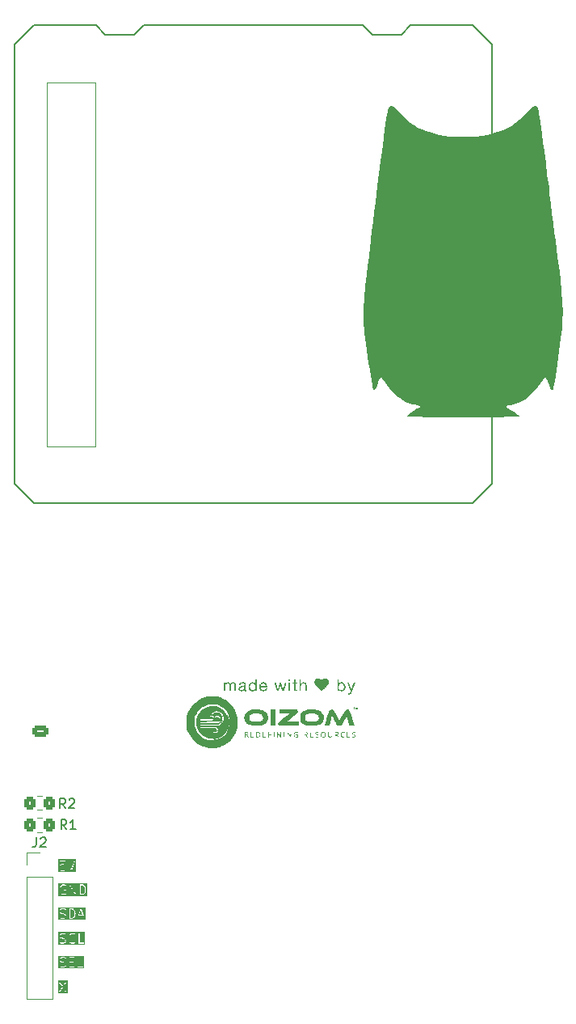
<source format=gbr>
%TF.GenerationSoftware,KiCad,Pcbnew,8.0.5*%
%TF.CreationDate,2024-09-26T19:22:18+05:30*%
%TF.ProjectId,AirOwl_v1,4169724f-776c-45f7-9631-2e6b69636164,rev?*%
%TF.SameCoordinates,Original*%
%TF.FileFunction,Legend,Top*%
%TF.FilePolarity,Positive*%
%FSLAX46Y46*%
G04 Gerber Fmt 4.6, Leading zero omitted, Abs format (unit mm)*
G04 Created by KiCad (PCBNEW 8.0.5) date 2024-09-26 19:22:18*
%MOMM*%
%LPD*%
G01*
G04 APERTURE LIST*
G04 Aperture macros list*
%AMRoundRect*
0 Rectangle with rounded corners*
0 $1 Rounding radius*
0 $2 $3 $4 $5 $6 $7 $8 $9 X,Y pos of 4 corners*
0 Add a 4 corners polygon primitive as box body*
4,1,4,$2,$3,$4,$5,$6,$7,$8,$9,$2,$3,0*
0 Add four circle primitives for the rounded corners*
1,1,$1+$1,$2,$3*
1,1,$1+$1,$4,$5*
1,1,$1+$1,$6,$7*
1,1,$1+$1,$8,$9*
0 Add four rect primitives between the rounded corners*
20,1,$1+$1,$2,$3,$4,$5,0*
20,1,$1+$1,$4,$5,$6,$7,0*
20,1,$1+$1,$6,$7,$8,$9,0*
20,1,$1+$1,$8,$9,$2,$3,0*%
G04 Aperture macros list end*
%ADD10C,0.100000*%
%ADD11C,0.150000*%
%ADD12C,0.000000*%
%ADD13C,0.120000*%
%ADD14C,0.200000*%
%ADD15RoundRect,0.250000X0.350000X0.450000X-0.350000X0.450000X-0.350000X-0.450000X0.350000X-0.450000X0*%
%ADD16R,1.700000X1.700000*%
%ADD17O,1.700000X1.700000*%
%ADD18O,1.152400X1.852400*%
%ADD19O,0.750000X0.750000*%
%ADD20O,1.500000X2.800000*%
%ADD21C,1.800000*%
%ADD22RoundRect,0.250000X-0.625000X0.350000X-0.625000X-0.350000X0.625000X-0.350000X0.625000X0.350000X0*%
%ADD23O,1.750000X1.200000*%
G04 APERTURE END LIST*
D10*
G36*
X70294522Y-134733530D02*
G01*
X67595154Y-134733530D01*
X67595154Y-133762895D01*
X67706265Y-133762895D01*
X67706265Y-133858133D01*
X67706753Y-133860589D01*
X67706391Y-133861678D01*
X67708507Y-133869405D01*
X67710071Y-133877267D01*
X67710882Y-133878078D01*
X67711544Y-133880494D01*
X67759162Y-133975731D01*
X67764077Y-133982064D01*
X67768529Y-133988726D01*
X67816147Y-134036345D01*
X67822813Y-134040799D01*
X67829142Y-134045711D01*
X67924380Y-134093330D01*
X67929661Y-134094776D01*
X67934614Y-134097116D01*
X68119766Y-134143404D01*
X68202837Y-134184939D01*
X68238981Y-134221084D01*
X68277693Y-134298507D01*
X68277693Y-134370138D01*
X68238981Y-134447561D01*
X68202835Y-134483708D01*
X68125414Y-134522419D01*
X67907235Y-134522419D01*
X67772076Y-134477366D01*
X67752721Y-134474926D01*
X67718492Y-134492040D01*
X67706391Y-134528344D01*
X67723505Y-134562573D01*
X67740454Y-134572234D01*
X67883310Y-134619853D01*
X67891260Y-134620855D01*
X67899122Y-134622419D01*
X68137217Y-134622419D01*
X68139673Y-134621930D01*
X68140762Y-134622293D01*
X68148489Y-134620176D01*
X68156351Y-134618613D01*
X68157162Y-134617801D01*
X68159578Y-134617140D01*
X68254815Y-134569522D01*
X68261142Y-134564611D01*
X68267811Y-134560155D01*
X68315430Y-134512535D01*
X68319883Y-134505869D01*
X68324795Y-134499541D01*
X68372414Y-134404303D01*
X68373075Y-134401887D01*
X68373887Y-134401076D01*
X68375450Y-134393214D01*
X68377567Y-134385487D01*
X68377204Y-134384398D01*
X68377693Y-134381942D01*
X68377693Y-134286704D01*
X68377204Y-134284247D01*
X68377567Y-134283159D01*
X68375450Y-134275431D01*
X68373887Y-134267570D01*
X68373075Y-134266758D01*
X68372414Y-134264343D01*
X68324795Y-134169105D01*
X68319883Y-134162776D01*
X68315429Y-134156110D01*
X68267810Y-134108492D01*
X68261148Y-134104040D01*
X68254815Y-134099125D01*
X68159578Y-134051507D01*
X68154296Y-134050060D01*
X68149344Y-134047721D01*
X67964193Y-134001433D01*
X67881121Y-133959897D01*
X67844976Y-133923753D01*
X67806265Y-133846330D01*
X67806265Y-133774698D01*
X67844976Y-133697274D01*
X67881121Y-133661130D01*
X67958545Y-133622419D01*
X68176723Y-133622419D01*
X68311881Y-133667472D01*
X68331237Y-133669912D01*
X68365465Y-133652798D01*
X68377567Y-133616494D01*
X68360452Y-133582265D01*
X68343504Y-133572604D01*
X68342949Y-133572419D01*
X68706265Y-133572419D01*
X68706265Y-134572419D01*
X68710071Y-134591553D01*
X68737131Y-134618613D01*
X68756265Y-134622419D01*
X69232455Y-134622419D01*
X69251589Y-134618613D01*
X69278649Y-134591553D01*
X69278649Y-134553285D01*
X69251589Y-134526225D01*
X69232455Y-134522419D01*
X68806265Y-134522419D01*
X68806265Y-134098609D01*
X69089598Y-134098609D01*
X69108732Y-134094803D01*
X69135792Y-134067743D01*
X69135792Y-134029475D01*
X69108732Y-134002415D01*
X69089598Y-133998609D01*
X68806265Y-133998609D01*
X68806265Y-133622419D01*
X69232455Y-133622419D01*
X69251589Y-133618613D01*
X69278649Y-133591553D01*
X69278649Y-133572419D01*
X69611027Y-133572419D01*
X69611027Y-134572419D01*
X69614833Y-134591553D01*
X69641893Y-134618613D01*
X69661027Y-134622419D01*
X70137217Y-134622419D01*
X70156351Y-134618613D01*
X70183411Y-134591553D01*
X70183411Y-134553285D01*
X70156351Y-134526225D01*
X70137217Y-134522419D01*
X69711027Y-134522419D01*
X69711027Y-133572419D01*
X69707221Y-133553285D01*
X69680161Y-133526225D01*
X69641893Y-133526225D01*
X69614833Y-133553285D01*
X69611027Y-133572419D01*
X69278649Y-133572419D01*
X69278649Y-133553285D01*
X69251589Y-133526225D01*
X69232455Y-133522419D01*
X68756265Y-133522419D01*
X68737131Y-133526225D01*
X68710071Y-133553285D01*
X68706265Y-133572419D01*
X68342949Y-133572419D01*
X68200647Y-133524985D01*
X68192698Y-133523982D01*
X68184836Y-133522419D01*
X67946741Y-133522419D01*
X67944284Y-133522907D01*
X67943196Y-133522545D01*
X67935468Y-133524661D01*
X67927607Y-133526225D01*
X67926795Y-133527036D01*
X67924380Y-133527698D01*
X67829142Y-133575317D01*
X67822813Y-133580228D01*
X67816147Y-133584683D01*
X67768529Y-133632302D01*
X67764077Y-133638963D01*
X67759162Y-133645297D01*
X67711544Y-133740534D01*
X67710882Y-133742949D01*
X67710071Y-133743761D01*
X67708507Y-133751622D01*
X67706391Y-133759350D01*
X67706753Y-133760438D01*
X67706265Y-133762895D01*
X67595154Y-133762895D01*
X67595154Y-133411308D01*
X70294522Y-133411308D01*
X70294522Y-134733530D01*
G37*
G36*
X70205446Y-126063739D02*
G01*
X70286599Y-126144892D01*
X70328136Y-126227966D01*
X70372931Y-126407145D01*
X70372931Y-126537692D01*
X70328136Y-126716870D01*
X70286599Y-126799944D01*
X70205445Y-126881098D01*
X70081485Y-126922419D01*
X69901503Y-126922419D01*
X69901503Y-126022419D01*
X70081485Y-126022419D01*
X70205446Y-126063739D01*
G37*
G36*
X70584042Y-127133530D02*
G01*
X67595154Y-127133530D01*
X67595154Y-126400990D01*
X67706265Y-126400990D01*
X67706265Y-126543847D01*
X67707460Y-126549856D01*
X67707758Y-126555974D01*
X67755377Y-126746450D01*
X67757716Y-126751402D01*
X67759163Y-126756684D01*
X67806781Y-126851921D01*
X67811692Y-126858249D01*
X67816147Y-126864916D01*
X67911386Y-126960155D01*
X67913467Y-126961545D01*
X67913981Y-126962573D01*
X67920946Y-126966543D01*
X67927607Y-126970994D01*
X67928755Y-126970994D01*
X67930930Y-126972234D01*
X68073786Y-127019853D01*
X68081736Y-127020855D01*
X68089598Y-127022419D01*
X68184836Y-127022419D01*
X68192698Y-127020855D01*
X68200647Y-127019853D01*
X68343504Y-126972234D01*
X68345679Y-126970994D01*
X68346828Y-126970994D01*
X68353498Y-126966536D01*
X68360452Y-126962573D01*
X68360964Y-126961547D01*
X68363049Y-126960155D01*
X68410668Y-126912535D01*
X68421506Y-126896314D01*
X68425312Y-126877180D01*
X68425312Y-126543847D01*
X68421506Y-126524713D01*
X68394446Y-126497653D01*
X68375312Y-126493847D01*
X68184836Y-126493847D01*
X68165702Y-126497653D01*
X68138642Y-126524713D01*
X68138642Y-126562981D01*
X68165702Y-126590041D01*
X68184836Y-126593847D01*
X68325312Y-126593847D01*
X68325312Y-126856469D01*
X68300683Y-126881098D01*
X68176723Y-126922419D01*
X68097711Y-126922419D01*
X67973751Y-126881099D01*
X67892595Y-126799942D01*
X67851060Y-126716872D01*
X67806265Y-126537692D01*
X67806265Y-126407145D01*
X67851060Y-126227965D01*
X67892596Y-126144893D01*
X67973749Y-126063739D01*
X68097711Y-126022419D01*
X68220652Y-126022419D01*
X68305332Y-126064759D01*
X68324148Y-126069912D01*
X68360453Y-126057810D01*
X68377567Y-126023582D01*
X68365465Y-125987278D01*
X68350053Y-125975316D01*
X68344259Y-125972419D01*
X68753884Y-125972419D01*
X68753884Y-126972419D01*
X68757690Y-126991553D01*
X68784750Y-127018613D01*
X68823018Y-127018613D01*
X68850078Y-126991553D01*
X68853884Y-126972419D01*
X68853884Y-126160697D01*
X69331900Y-126997226D01*
X69344698Y-127011951D01*
X69351322Y-127013757D01*
X69356178Y-127018613D01*
X69369126Y-127018613D01*
X69381618Y-127022020D01*
X69387580Y-127018613D01*
X69394446Y-127018613D01*
X69403599Y-127009459D01*
X69414844Y-127003034D01*
X69416651Y-126996407D01*
X69421506Y-126991553D01*
X69425312Y-126972419D01*
X69425312Y-125972419D01*
X69801503Y-125972419D01*
X69801503Y-126972419D01*
X69805309Y-126991553D01*
X69832369Y-127018613D01*
X69851503Y-127022419D01*
X70089598Y-127022419D01*
X70097460Y-127020855D01*
X70105409Y-127019853D01*
X70248266Y-126972234D01*
X70250441Y-126970994D01*
X70251590Y-126970994D01*
X70258260Y-126966536D01*
X70265214Y-126962573D01*
X70265726Y-126961547D01*
X70267811Y-126960155D01*
X70363049Y-126864916D01*
X70367502Y-126858250D01*
X70372414Y-126851922D01*
X70420033Y-126756684D01*
X70421479Y-126751402D01*
X70423819Y-126746450D01*
X70471438Y-126555974D01*
X70471735Y-126549856D01*
X70472931Y-126543847D01*
X70472931Y-126400990D01*
X70471735Y-126394980D01*
X70471438Y-126388863D01*
X70423819Y-126198387D01*
X70421479Y-126193434D01*
X70420033Y-126188153D01*
X70372414Y-126092915D01*
X70367498Y-126086580D01*
X70363048Y-126079921D01*
X70267810Y-125984683D01*
X70265727Y-125983291D01*
X70265214Y-125982265D01*
X70258253Y-125978297D01*
X70251589Y-125973844D01*
X70250441Y-125973844D01*
X70248266Y-125972604D01*
X70105409Y-125924985D01*
X70097460Y-125923982D01*
X70089598Y-125922419D01*
X69851503Y-125922419D01*
X69832369Y-125926225D01*
X69805309Y-125953285D01*
X69801503Y-125972419D01*
X69425312Y-125972419D01*
X69421506Y-125953285D01*
X69394446Y-125926225D01*
X69356178Y-125926225D01*
X69329118Y-125953285D01*
X69325312Y-125972419D01*
X69325312Y-126784140D01*
X68847296Y-125947612D01*
X68834499Y-125932887D01*
X68827872Y-125931079D01*
X68823018Y-125926225D01*
X68810071Y-125926225D01*
X68797578Y-125922818D01*
X68791616Y-125926225D01*
X68784750Y-125926225D01*
X68775596Y-125935378D01*
X68764352Y-125941804D01*
X68762544Y-125948430D01*
X68757690Y-125953285D01*
X68753884Y-125972419D01*
X68344259Y-125972419D01*
X68254816Y-125927698D01*
X68252400Y-125927036D01*
X68251589Y-125926225D01*
X68243727Y-125924661D01*
X68236000Y-125922545D01*
X68234911Y-125922907D01*
X68232455Y-125922419D01*
X68089598Y-125922419D01*
X68081736Y-125923982D01*
X68073786Y-125924985D01*
X67930930Y-125972604D01*
X67928755Y-125973844D01*
X67927607Y-125973844D01*
X67920946Y-125978294D01*
X67913981Y-125982265D01*
X67913467Y-125983292D01*
X67911386Y-125984683D01*
X67816148Y-126079921D01*
X67811696Y-126086582D01*
X67806781Y-126092916D01*
X67759163Y-126188153D01*
X67757716Y-126193434D01*
X67755377Y-126198387D01*
X67707758Y-126388863D01*
X67707460Y-126394980D01*
X67706265Y-126400990D01*
X67595154Y-126400990D01*
X67595154Y-125811308D01*
X70584042Y-125811308D01*
X70584042Y-127133530D01*
G37*
G36*
X70389760Y-132233530D02*
G01*
X67595154Y-132233530D01*
X67595154Y-131262895D01*
X67706265Y-131262895D01*
X67706265Y-131358133D01*
X67706753Y-131360589D01*
X67706391Y-131361678D01*
X67708507Y-131369405D01*
X67710071Y-131377267D01*
X67710882Y-131378078D01*
X67711544Y-131380494D01*
X67759162Y-131475731D01*
X67764077Y-131482064D01*
X67768529Y-131488726D01*
X67816147Y-131536345D01*
X67822813Y-131540799D01*
X67829142Y-131545711D01*
X67924380Y-131593330D01*
X67929661Y-131594776D01*
X67934614Y-131597116D01*
X68119766Y-131643404D01*
X68202837Y-131684939D01*
X68238981Y-131721084D01*
X68277693Y-131798507D01*
X68277693Y-131870138D01*
X68238981Y-131947561D01*
X68202835Y-131983708D01*
X68125414Y-132022419D01*
X67907235Y-132022419D01*
X67772076Y-131977366D01*
X67752721Y-131974926D01*
X67718492Y-131992040D01*
X67706391Y-132028344D01*
X67723505Y-132062573D01*
X67740454Y-132072234D01*
X67883310Y-132119853D01*
X67891260Y-132120855D01*
X67899122Y-132122419D01*
X68137217Y-132122419D01*
X68139673Y-132121930D01*
X68140762Y-132122293D01*
X68148489Y-132120176D01*
X68156351Y-132118613D01*
X68157162Y-132117801D01*
X68159578Y-132117140D01*
X68254815Y-132069522D01*
X68261142Y-132064611D01*
X68267811Y-132060155D01*
X68315430Y-132012535D01*
X68319883Y-132005869D01*
X68324795Y-131999541D01*
X68372414Y-131904303D01*
X68373075Y-131901887D01*
X68373887Y-131901076D01*
X68375450Y-131893214D01*
X68377567Y-131885487D01*
X68377204Y-131884398D01*
X68377693Y-131881942D01*
X68377693Y-131786704D01*
X68377204Y-131784247D01*
X68377567Y-131783159D01*
X68375450Y-131775431D01*
X68373887Y-131767570D01*
X68373075Y-131766758D01*
X68372414Y-131764343D01*
X68324795Y-131669105D01*
X68319883Y-131662776D01*
X68315429Y-131656110D01*
X68267810Y-131608492D01*
X68261148Y-131604040D01*
X68254815Y-131599125D01*
X68159578Y-131551507D01*
X68154296Y-131550060D01*
X68149344Y-131547721D01*
X67964193Y-131501433D01*
X67963307Y-131500990D01*
X68658646Y-131500990D01*
X68658646Y-131643847D01*
X68659841Y-131649856D01*
X68660139Y-131655974D01*
X68707758Y-131846450D01*
X68710097Y-131851402D01*
X68711544Y-131856684D01*
X68759162Y-131951921D01*
X68764073Y-131958249D01*
X68768528Y-131964916D01*
X68863767Y-132060155D01*
X68865848Y-132061545D01*
X68866362Y-132062573D01*
X68873327Y-132066543D01*
X68879988Y-132070994D01*
X68881136Y-132070994D01*
X68883311Y-132072234D01*
X69026167Y-132119853D01*
X69034117Y-132120855D01*
X69041979Y-132122419D01*
X69137217Y-132122419D01*
X69145079Y-132120855D01*
X69153028Y-132119853D01*
X69295885Y-132072234D01*
X69298060Y-132070994D01*
X69299209Y-132070994D01*
X69305879Y-132066536D01*
X69312833Y-132062573D01*
X69313345Y-132061547D01*
X69315430Y-132060155D01*
X69363049Y-132012535D01*
X69373887Y-131996314D01*
X69373887Y-131958045D01*
X69346827Y-131930986D01*
X69308558Y-131930986D01*
X69292337Y-131941825D01*
X69253064Y-131981098D01*
X69129104Y-132022419D01*
X69050092Y-132022419D01*
X68926132Y-131981099D01*
X68844976Y-131899942D01*
X68803441Y-131816872D01*
X68758646Y-131637692D01*
X68758646Y-131507145D01*
X68803441Y-131327965D01*
X68844977Y-131244893D01*
X68926130Y-131163739D01*
X69050092Y-131122419D01*
X69129104Y-131122419D01*
X69253065Y-131163739D01*
X69292337Y-131203012D01*
X69308558Y-131213851D01*
X69346827Y-131213851D01*
X69373887Y-131186791D01*
X69373887Y-131148522D01*
X69363048Y-131132301D01*
X69315429Y-131084683D01*
X69313346Y-131083291D01*
X69312833Y-131082265D01*
X69305872Y-131078297D01*
X69299208Y-131073844D01*
X69298060Y-131073844D01*
X69295885Y-131072604D01*
X69295330Y-131072419D01*
X69706265Y-131072419D01*
X69706265Y-132072419D01*
X69710071Y-132091553D01*
X69737131Y-132118613D01*
X69756265Y-132122419D01*
X70232455Y-132122419D01*
X70251589Y-132118613D01*
X70278649Y-132091553D01*
X70278649Y-132053285D01*
X70251589Y-132026225D01*
X70232455Y-132022419D01*
X69806265Y-132022419D01*
X69806265Y-131072419D01*
X69802459Y-131053285D01*
X69775399Y-131026225D01*
X69737131Y-131026225D01*
X69710071Y-131053285D01*
X69706265Y-131072419D01*
X69295330Y-131072419D01*
X69153028Y-131024985D01*
X69145079Y-131023982D01*
X69137217Y-131022419D01*
X69041979Y-131022419D01*
X69034117Y-131023982D01*
X69026167Y-131024985D01*
X68883311Y-131072604D01*
X68881136Y-131073844D01*
X68879988Y-131073844D01*
X68873327Y-131078294D01*
X68866362Y-131082265D01*
X68865848Y-131083292D01*
X68863767Y-131084683D01*
X68768529Y-131179921D01*
X68764077Y-131186582D01*
X68759162Y-131192916D01*
X68711544Y-131288153D01*
X68710097Y-131293434D01*
X68707758Y-131298387D01*
X68660139Y-131488863D01*
X68659841Y-131494980D01*
X68658646Y-131500990D01*
X67963307Y-131500990D01*
X67881121Y-131459897D01*
X67844976Y-131423753D01*
X67806265Y-131346330D01*
X67806265Y-131274698D01*
X67844976Y-131197274D01*
X67881121Y-131161130D01*
X67958545Y-131122419D01*
X68176723Y-131122419D01*
X68311881Y-131167472D01*
X68331237Y-131169912D01*
X68365465Y-131152798D01*
X68377567Y-131116494D01*
X68360452Y-131082265D01*
X68343504Y-131072604D01*
X68200647Y-131024985D01*
X68192698Y-131023982D01*
X68184836Y-131022419D01*
X67946741Y-131022419D01*
X67944284Y-131022907D01*
X67943196Y-131022545D01*
X67935468Y-131024661D01*
X67927607Y-131026225D01*
X67926795Y-131027036D01*
X67924380Y-131027698D01*
X67829142Y-131075317D01*
X67822813Y-131080228D01*
X67816147Y-131084683D01*
X67768529Y-131132302D01*
X67764077Y-131138963D01*
X67759162Y-131145297D01*
X67711544Y-131240534D01*
X67710882Y-131242949D01*
X67710071Y-131243761D01*
X67708507Y-131251622D01*
X67706391Y-131259350D01*
X67706753Y-131260438D01*
X67706265Y-131262895D01*
X67595154Y-131262895D01*
X67595154Y-130911308D01*
X70389760Y-130911308D01*
X70389760Y-132233530D01*
G37*
G36*
X68535472Y-137332579D02*
G01*
X67548486Y-137332579D01*
X67548486Y-136182122D01*
X67659597Y-136182122D01*
X67667043Y-136200154D01*
X67981886Y-136672419D01*
X67667043Y-137144684D01*
X67659597Y-137162716D01*
X67667102Y-137200241D01*
X67698943Y-137221468D01*
X67736468Y-137213963D01*
X67750249Y-137200154D01*
X68041978Y-136762558D01*
X68333709Y-137200154D01*
X68347490Y-137213963D01*
X68385015Y-137221468D01*
X68416856Y-137200241D01*
X68424361Y-137162716D01*
X68416914Y-137144684D01*
X68102071Y-136672419D01*
X68416914Y-136200154D01*
X68424361Y-136182122D01*
X68416856Y-136144597D01*
X68385015Y-136123370D01*
X68347490Y-136130875D01*
X68333709Y-136144684D01*
X68041978Y-136582279D01*
X67750249Y-136144684D01*
X67736468Y-136130875D01*
X67698943Y-136123370D01*
X67667102Y-136144597D01*
X67659597Y-136182122D01*
X67548486Y-136182122D01*
X67548486Y-136012259D01*
X68535472Y-136012259D01*
X68535472Y-137332579D01*
G37*
G36*
X69441059Y-124633530D02*
G01*
X67595402Y-124633530D01*
X67595402Y-123943634D01*
X67706513Y-123943634D01*
X67708396Y-123963052D01*
X67710071Y-123965099D01*
X67710071Y-123967743D01*
X67721968Y-123979640D01*
X67732629Y-123992670D01*
X67735261Y-123992933D01*
X67737131Y-123994803D01*
X67753958Y-123994803D01*
X67770708Y-123996478D01*
X67772755Y-123994803D01*
X67775399Y-123994803D01*
X67791620Y-123983964D01*
X67833502Y-123942082D01*
X67910926Y-123903371D01*
X68125414Y-123903371D01*
X68202837Y-123942082D01*
X68238981Y-123978227D01*
X68277693Y-124055650D01*
X68277693Y-124270138D01*
X68238981Y-124347561D01*
X68202835Y-124383708D01*
X68125414Y-124422419D01*
X67910926Y-124422419D01*
X67833503Y-124383708D01*
X67791621Y-124341825D01*
X67775400Y-124330986D01*
X67737131Y-124330986D01*
X67710071Y-124358045D01*
X67710071Y-124396314D01*
X67720909Y-124412535D01*
X67768528Y-124460155D01*
X67775194Y-124464609D01*
X67781523Y-124469521D01*
X67876761Y-124517140D01*
X67879176Y-124517801D01*
X67879988Y-124518613D01*
X67887849Y-124520176D01*
X67895577Y-124522293D01*
X67896665Y-124521930D01*
X67899122Y-124522419D01*
X68137217Y-124522419D01*
X68139673Y-124521930D01*
X68140762Y-124522293D01*
X68148489Y-124520176D01*
X68156351Y-124518613D01*
X68157162Y-124517801D01*
X68159578Y-124517140D01*
X68254815Y-124469522D01*
X68261142Y-124464611D01*
X68267811Y-124460155D01*
X68315430Y-124412535D01*
X68319883Y-124405869D01*
X68324795Y-124399541D01*
X68372414Y-124304303D01*
X68373075Y-124301887D01*
X68373887Y-124301076D01*
X68375450Y-124293214D01*
X68377567Y-124285487D01*
X68377204Y-124284398D01*
X68377693Y-124281942D01*
X68377693Y-124043847D01*
X68377204Y-124041390D01*
X68377567Y-124040302D01*
X68375450Y-124032574D01*
X68373887Y-124024713D01*
X68373075Y-124023901D01*
X68372414Y-124021486D01*
X68324795Y-123926248D01*
X68319883Y-123919919D01*
X68315429Y-123913253D01*
X68267810Y-123865635D01*
X68261148Y-123861183D01*
X68254815Y-123856268D01*
X68159578Y-123808650D01*
X68157162Y-123807988D01*
X68156351Y-123807177D01*
X68148489Y-123805613D01*
X68140762Y-123803497D01*
X68139673Y-123803859D01*
X68137217Y-123803371D01*
X67899122Y-123803371D01*
X67896665Y-123803859D01*
X67895577Y-123803497D01*
X67887849Y-123805613D01*
X67879988Y-123807177D01*
X67879176Y-123807988D01*
X67876761Y-123808650D01*
X67817549Y-123838255D01*
X67849133Y-123522419D01*
X68280074Y-123522419D01*
X68299208Y-123518613D01*
X68326268Y-123491553D01*
X68326268Y-123468875D01*
X68563534Y-123468875D01*
X68565974Y-123488230D01*
X68899307Y-124488230D01*
X68908968Y-124505178D01*
X68912309Y-124506848D01*
X68913981Y-124510192D01*
X68929023Y-124515205D01*
X68943197Y-124522293D01*
X68946740Y-124521111D01*
X68950285Y-124522293D01*
X68964464Y-124515203D01*
X68979501Y-124510191D01*
X68981171Y-124506850D01*
X68984514Y-124505179D01*
X68994175Y-124488230D01*
X69327508Y-123488231D01*
X69329948Y-123468875D01*
X69312834Y-123434647D01*
X69276530Y-123422545D01*
X69242301Y-123439660D01*
X69232640Y-123456608D01*
X68946741Y-124314305D01*
X68660842Y-123456608D01*
X68651181Y-123439659D01*
X68616952Y-123422545D01*
X68580648Y-123434646D01*
X68563534Y-123468875D01*
X68326268Y-123468875D01*
X68326268Y-123453285D01*
X68299208Y-123426225D01*
X68280074Y-123422419D01*
X67803884Y-123422419D01*
X67791922Y-123424798D01*
X67789441Y-123424550D01*
X67788243Y-123425530D01*
X67784750Y-123426225D01*
X67772849Y-123438125D01*
X67759823Y-123448784D01*
X67758783Y-123452191D01*
X67757690Y-123453285D01*
X67757690Y-123455777D01*
X67754132Y-123467444D01*
X67706513Y-123943634D01*
X67595402Y-123943634D01*
X67595402Y-123311308D01*
X69441059Y-123311308D01*
X69441059Y-124633530D01*
G37*
G36*
X69110208Y-128563739D02*
G01*
X69191361Y-128644892D01*
X69232898Y-128727966D01*
X69277693Y-128907145D01*
X69277693Y-129037692D01*
X69232898Y-129216870D01*
X69191361Y-129299944D01*
X69110207Y-129381098D01*
X68986247Y-129422419D01*
X68806265Y-129422419D01*
X68806265Y-128522419D01*
X68986247Y-128522419D01*
X69110208Y-128563739D01*
G37*
G36*
X70115465Y-129136704D02*
G01*
X69778017Y-129136704D01*
X69946741Y-128630532D01*
X70115465Y-129136704D01*
G37*
G36*
X70441059Y-129633530D02*
G01*
X67595154Y-129633530D01*
X67595154Y-128662895D01*
X67706265Y-128662895D01*
X67706265Y-128758133D01*
X67706753Y-128760589D01*
X67706391Y-128761678D01*
X67708507Y-128769405D01*
X67710071Y-128777267D01*
X67710882Y-128778078D01*
X67711544Y-128780494D01*
X67759162Y-128875731D01*
X67764077Y-128882064D01*
X67768529Y-128888726D01*
X67816147Y-128936345D01*
X67822813Y-128940799D01*
X67829142Y-128945711D01*
X67924380Y-128993330D01*
X67929661Y-128994776D01*
X67934614Y-128997116D01*
X68119766Y-129043404D01*
X68202837Y-129084939D01*
X68238981Y-129121084D01*
X68277693Y-129198507D01*
X68277693Y-129270138D01*
X68238981Y-129347561D01*
X68202835Y-129383708D01*
X68125414Y-129422419D01*
X67907235Y-129422419D01*
X67772076Y-129377366D01*
X67752721Y-129374926D01*
X67718492Y-129392040D01*
X67706391Y-129428344D01*
X67723505Y-129462573D01*
X67740454Y-129472234D01*
X67883310Y-129519853D01*
X67891260Y-129520855D01*
X67899122Y-129522419D01*
X68137217Y-129522419D01*
X68139673Y-129521930D01*
X68140762Y-129522293D01*
X68148489Y-129520176D01*
X68156351Y-129518613D01*
X68157162Y-129517801D01*
X68159578Y-129517140D01*
X68254815Y-129469522D01*
X68261142Y-129464611D01*
X68267811Y-129460155D01*
X68315430Y-129412535D01*
X68319883Y-129405869D01*
X68324795Y-129399541D01*
X68372414Y-129304303D01*
X68373075Y-129301887D01*
X68373887Y-129301076D01*
X68375450Y-129293214D01*
X68377567Y-129285487D01*
X68377204Y-129284398D01*
X68377693Y-129281942D01*
X68377693Y-129186704D01*
X68377204Y-129184247D01*
X68377567Y-129183159D01*
X68375450Y-129175431D01*
X68373887Y-129167570D01*
X68373075Y-129166758D01*
X68372414Y-129164343D01*
X68324795Y-129069105D01*
X68319883Y-129062776D01*
X68315429Y-129056110D01*
X68267810Y-129008492D01*
X68261148Y-129004040D01*
X68254815Y-128999125D01*
X68159578Y-128951507D01*
X68154296Y-128950060D01*
X68149344Y-128947721D01*
X67964193Y-128901433D01*
X67881121Y-128859897D01*
X67844976Y-128823753D01*
X67806265Y-128746330D01*
X67806265Y-128674698D01*
X67844976Y-128597274D01*
X67881121Y-128561130D01*
X67958545Y-128522419D01*
X68176723Y-128522419D01*
X68311881Y-128567472D01*
X68331237Y-128569912D01*
X68365465Y-128552798D01*
X68377567Y-128516494D01*
X68360452Y-128482265D01*
X68343504Y-128472604D01*
X68342949Y-128472419D01*
X68706265Y-128472419D01*
X68706265Y-129472419D01*
X68710071Y-129491553D01*
X68737131Y-129518613D01*
X68756265Y-129522419D01*
X68994360Y-129522419D01*
X69002222Y-129520855D01*
X69010171Y-129519853D01*
X69141841Y-129475963D01*
X69563534Y-129475963D01*
X69580648Y-129510192D01*
X69616952Y-129522293D01*
X69651181Y-129505179D01*
X69660842Y-129488230D01*
X69744684Y-129236704D01*
X70148798Y-129236704D01*
X70232640Y-129488230D01*
X70242301Y-129505178D01*
X70276530Y-129522293D01*
X70312834Y-129510191D01*
X70329948Y-129475963D01*
X70327508Y-129456607D01*
X69994175Y-128456608D01*
X69984514Y-128439659D01*
X69981171Y-128437987D01*
X69979501Y-128434647D01*
X69964464Y-128429634D01*
X69950285Y-128422545D01*
X69946740Y-128423726D01*
X69943197Y-128422545D01*
X69929023Y-128429632D01*
X69913981Y-128434646D01*
X69912309Y-128437989D01*
X69908968Y-128439660D01*
X69899307Y-128456608D01*
X69565974Y-129456608D01*
X69563534Y-129475963D01*
X69141841Y-129475963D01*
X69153028Y-129472234D01*
X69155203Y-129470994D01*
X69156352Y-129470994D01*
X69163022Y-129466536D01*
X69169976Y-129462573D01*
X69170488Y-129461547D01*
X69172573Y-129460155D01*
X69267811Y-129364916D01*
X69272264Y-129358250D01*
X69277176Y-129351922D01*
X69324795Y-129256684D01*
X69326241Y-129251402D01*
X69328581Y-129246450D01*
X69376200Y-129055974D01*
X69376497Y-129049856D01*
X69377693Y-129043847D01*
X69377693Y-128900990D01*
X69376497Y-128894980D01*
X69376200Y-128888863D01*
X69328581Y-128698387D01*
X69326241Y-128693434D01*
X69324795Y-128688153D01*
X69277176Y-128592915D01*
X69272260Y-128586580D01*
X69267810Y-128579921D01*
X69172572Y-128484683D01*
X69170489Y-128483291D01*
X69169976Y-128482265D01*
X69163015Y-128478297D01*
X69156351Y-128473844D01*
X69155203Y-128473844D01*
X69153028Y-128472604D01*
X69010171Y-128424985D01*
X69002222Y-128423982D01*
X68994360Y-128422419D01*
X68756265Y-128422419D01*
X68737131Y-128426225D01*
X68710071Y-128453285D01*
X68706265Y-128472419D01*
X68342949Y-128472419D01*
X68200647Y-128424985D01*
X68192698Y-128423982D01*
X68184836Y-128422419D01*
X67946741Y-128422419D01*
X67944284Y-128422907D01*
X67943196Y-128422545D01*
X67935468Y-128424661D01*
X67927607Y-128426225D01*
X67926795Y-128427036D01*
X67924380Y-128427698D01*
X67829142Y-128475317D01*
X67822813Y-128480228D01*
X67816147Y-128484683D01*
X67768529Y-128532302D01*
X67764077Y-128538963D01*
X67759162Y-128545297D01*
X67711544Y-128640534D01*
X67710882Y-128642949D01*
X67710071Y-128643761D01*
X67708507Y-128651622D01*
X67706391Y-128659350D01*
X67706753Y-128660438D01*
X67706265Y-128662895D01*
X67595154Y-128662895D01*
X67595154Y-128311308D01*
X70441059Y-128311308D01*
X70441059Y-129633530D01*
G37*
D11*
X68333333Y-117954819D02*
X68000000Y-117478628D01*
X67761905Y-117954819D02*
X67761905Y-116954819D01*
X67761905Y-116954819D02*
X68142857Y-116954819D01*
X68142857Y-116954819D02*
X68238095Y-117002438D01*
X68238095Y-117002438D02*
X68285714Y-117050057D01*
X68285714Y-117050057D02*
X68333333Y-117145295D01*
X68333333Y-117145295D02*
X68333333Y-117288152D01*
X68333333Y-117288152D02*
X68285714Y-117383390D01*
X68285714Y-117383390D02*
X68238095Y-117431009D01*
X68238095Y-117431009D02*
X68142857Y-117478628D01*
X68142857Y-117478628D02*
X67761905Y-117478628D01*
X68714286Y-117050057D02*
X68761905Y-117002438D01*
X68761905Y-117002438D02*
X68857143Y-116954819D01*
X68857143Y-116954819D02*
X69095238Y-116954819D01*
X69095238Y-116954819D02*
X69190476Y-117002438D01*
X69190476Y-117002438D02*
X69238095Y-117050057D01*
X69238095Y-117050057D02*
X69285714Y-117145295D01*
X69285714Y-117145295D02*
X69285714Y-117240533D01*
X69285714Y-117240533D02*
X69238095Y-117383390D01*
X69238095Y-117383390D02*
X68666667Y-117954819D01*
X68666667Y-117954819D02*
X69285714Y-117954819D01*
X68433333Y-120154819D02*
X68100000Y-119678628D01*
X67861905Y-120154819D02*
X67861905Y-119154819D01*
X67861905Y-119154819D02*
X68242857Y-119154819D01*
X68242857Y-119154819D02*
X68338095Y-119202438D01*
X68338095Y-119202438D02*
X68385714Y-119250057D01*
X68385714Y-119250057D02*
X68433333Y-119345295D01*
X68433333Y-119345295D02*
X68433333Y-119488152D01*
X68433333Y-119488152D02*
X68385714Y-119583390D01*
X68385714Y-119583390D02*
X68338095Y-119631009D01*
X68338095Y-119631009D02*
X68242857Y-119678628D01*
X68242857Y-119678628D02*
X67861905Y-119678628D01*
X69385714Y-120154819D02*
X68814286Y-120154819D01*
X69100000Y-120154819D02*
X69100000Y-119154819D01*
X69100000Y-119154819D02*
X69004762Y-119297676D01*
X69004762Y-119297676D02*
X68909524Y-119392914D01*
X68909524Y-119392914D02*
X68814286Y-119440533D01*
X65266666Y-121024819D02*
X65266666Y-121739104D01*
X65266666Y-121739104D02*
X65219047Y-121881961D01*
X65219047Y-121881961D02*
X65123809Y-121977200D01*
X65123809Y-121977200D02*
X64980952Y-122024819D01*
X64980952Y-122024819D02*
X64885714Y-122024819D01*
X65695238Y-121120057D02*
X65742857Y-121072438D01*
X65742857Y-121072438D02*
X65838095Y-121024819D01*
X65838095Y-121024819D02*
X66076190Y-121024819D01*
X66076190Y-121024819D02*
X66171428Y-121072438D01*
X66171428Y-121072438D02*
X66219047Y-121120057D01*
X66219047Y-121120057D02*
X66266666Y-121215295D01*
X66266666Y-121215295D02*
X66266666Y-121310533D01*
X66266666Y-121310533D02*
X66219047Y-121453390D01*
X66219047Y-121453390D02*
X65647619Y-122024819D01*
X65647619Y-122024819D02*
X66266666Y-122024819D01*
D12*
%TO.C,G\u002A\u002A\u002A*%
G36*
X117634188Y-44419907D02*
G01*
X117732241Y-44509580D01*
X117812637Y-44651867D01*
X117851311Y-44764053D01*
X117897468Y-44958285D01*
X117952131Y-45241874D01*
X118016325Y-45622125D01*
X118091076Y-46106348D01*
X118177407Y-46701851D01*
X118276344Y-47415942D01*
X118388910Y-48255928D01*
X118516131Y-49229118D01*
X118659031Y-50342820D01*
X118818634Y-51604343D01*
X118995967Y-53020993D01*
X119074494Y-53652054D01*
X119199690Y-54657398D01*
X119327102Y-55676329D01*
X119453865Y-56686180D01*
X119577111Y-57664284D01*
X119693974Y-58587976D01*
X119801585Y-59434589D01*
X119897080Y-60181457D01*
X119977589Y-60805914D01*
X120034442Y-61241311D01*
X120198317Y-62597603D01*
X120320404Y-63857692D01*
X120399872Y-65007669D01*
X120435891Y-66033624D01*
X120427630Y-66921645D01*
X120401068Y-67382529D01*
X120364862Y-67766325D01*
X120310398Y-68255464D01*
X120240944Y-68827132D01*
X120159767Y-69458519D01*
X120070137Y-70126811D01*
X119975321Y-70809196D01*
X119878589Y-71482862D01*
X119783207Y-72124996D01*
X119692446Y-72712785D01*
X119609572Y-73223418D01*
X119537855Y-73634081D01*
X119480563Y-73921964D01*
X119445211Y-74054233D01*
X119370911Y-74163019D01*
X119277726Y-74134908D01*
X119159039Y-73962490D01*
X119008231Y-73638357D01*
X118952651Y-73502737D01*
X118828715Y-73202510D01*
X118723881Y-72964815D01*
X118656201Y-72830085D01*
X118646054Y-72815998D01*
X118576011Y-72850259D01*
X118447607Y-72992432D01*
X118321144Y-73165131D01*
X117838744Y-73834587D01*
X117390886Y-74367530D01*
X116959085Y-74785333D01*
X116824428Y-74895733D01*
X116484479Y-75148071D01*
X116168773Y-75341635D01*
X115835313Y-75494054D01*
X115442104Y-75622955D01*
X114947148Y-75745968D01*
X114640544Y-75812425D01*
X114547591Y-75839230D01*
X114521796Y-75880359D01*
X114579568Y-75953195D01*
X114737316Y-76075125D01*
X115011450Y-76263534D01*
X115161035Y-76363859D01*
X115466392Y-76574870D01*
X115712085Y-76757520D01*
X115869544Y-76889734D01*
X115912787Y-76944660D01*
X115830805Y-76959747D01*
X115590034Y-76973467D01*
X115198239Y-76985716D01*
X114663184Y-76996394D01*
X113992632Y-77005396D01*
X113194348Y-77012622D01*
X112276097Y-77017968D01*
X111245641Y-77021333D01*
X110110746Y-77022613D01*
X110000000Y-77022623D01*
X108855773Y-77021542D01*
X107815262Y-77018367D01*
X106886231Y-77013201D01*
X106076446Y-77006146D01*
X105393669Y-76997305D01*
X104845666Y-76986779D01*
X104440200Y-76974671D01*
X104185035Y-76961084D01*
X104087935Y-76946120D01*
X104087213Y-76944660D01*
X104152409Y-76869384D01*
X104328947Y-76725819D01*
X104588257Y-76536040D01*
X104838965Y-76363859D01*
X105165474Y-76143224D01*
X105368879Y-75996183D01*
X105465591Y-75905353D01*
X105472019Y-75853347D01*
X105404573Y-75822780D01*
X105359457Y-75812425D01*
X104796108Y-75685600D01*
X104356020Y-75561918D01*
X103997197Y-75423749D01*
X103677642Y-75253466D01*
X103355360Y-75033440D01*
X103175573Y-74895733D01*
X102744998Y-74509547D01*
X102304148Y-74014907D01*
X101834536Y-73390436D01*
X101678857Y-73165131D01*
X101525540Y-72959380D01*
X101405658Y-72834757D01*
X101353947Y-72815998D01*
X101300508Y-72913068D01*
X101204649Y-73124899D01*
X101084422Y-73411058D01*
X101047350Y-73502737D01*
X100884979Y-73876512D01*
X100756825Y-74096224D01*
X100656272Y-74169280D01*
X100576701Y-74103090D01*
X100554789Y-74054233D01*
X100512580Y-73890705D01*
X100453124Y-73584699D01*
X100379689Y-73159030D01*
X100295545Y-72636508D01*
X100203960Y-72039948D01*
X100108201Y-71392160D01*
X100011538Y-70715957D01*
X99917238Y-70034152D01*
X99828570Y-69369557D01*
X99748802Y-68744985D01*
X99681203Y-68183248D01*
X99629041Y-67707158D01*
X99598933Y-67382529D01*
X99563704Y-66584070D01*
X99573243Y-65639319D01*
X99626718Y-64562178D01*
X99723300Y-63366547D01*
X99862160Y-62066331D01*
X99965486Y-61241311D01*
X100030248Y-60744749D01*
X100112540Y-60105595D01*
X100209489Y-59346559D01*
X100318223Y-58490351D01*
X100435873Y-57559682D01*
X100559564Y-56577262D01*
X100686427Y-55565803D01*
X100813589Y-54548015D01*
X100923734Y-53662951D01*
X101109184Y-52175659D01*
X101276518Y-50846641D01*
X101426741Y-49668713D01*
X101560861Y-48634693D01*
X101679886Y-47737399D01*
X101784822Y-46969646D01*
X101876677Y-46324254D01*
X101956458Y-45794039D01*
X102025172Y-45371819D01*
X102083827Y-45050410D01*
X102133429Y-44822631D01*
X102174986Y-44681298D01*
X102187363Y-44651867D01*
X102277153Y-44496896D01*
X102377027Y-44415140D01*
X102504039Y-44415292D01*
X102675246Y-44506044D01*
X102907702Y-44696090D01*
X103218463Y-44994120D01*
X103578003Y-45360628D01*
X104051550Y-45834271D01*
X104463346Y-46201850D01*
X104853537Y-46489055D01*
X105262268Y-46721575D01*
X105729685Y-46925098D01*
X106295932Y-47125313D01*
X106377377Y-47151945D01*
X106980808Y-47336269D01*
X107525424Y-47472639D01*
X108056341Y-47567466D01*
X108618672Y-47627162D01*
X109257534Y-47658140D01*
X110000000Y-47666815D01*
X110757400Y-47657729D01*
X111394130Y-47626199D01*
X111955306Y-47565811D01*
X112486041Y-47470154D01*
X113031452Y-47332815D01*
X113622623Y-47151945D01*
X114204376Y-46950303D01*
X114682173Y-46748632D01*
X115096160Y-46521244D01*
X115486483Y-46242450D01*
X115893286Y-45886561D01*
X116356715Y-45427888D01*
X116421997Y-45360628D01*
X116817543Y-44958298D01*
X117119480Y-44671753D01*
X117344863Y-44492301D01*
X117510748Y-44411250D01*
X117634188Y-44419907D01*
G37*
D13*
%TO.C,R2*%
X65827064Y-116665000D02*
X65372936Y-116665000D01*
X65827064Y-118135000D02*
X65372936Y-118135000D01*
%TO.C,R1*%
X65827064Y-118965000D02*
X65372936Y-118965000D01*
X65827064Y-120435000D02*
X65372936Y-120435000D01*
D12*
%TO.C,G\u002A\u002A\u002A*%
G36*
X90350000Y-108466448D02*
G01*
X90350000Y-109317006D01*
X90091666Y-109317006D01*
X89833333Y-109317006D01*
X89833333Y-108466448D01*
X89833333Y-107615890D01*
X90091666Y-107615890D01*
X90350000Y-107615890D01*
X90350000Y-108466448D01*
G37*
G36*
X90195328Y-109952208D02*
G01*
X90204037Y-109959628D01*
X90209986Y-109977608D01*
X90213699Y-110010739D01*
X90215701Y-110063614D01*
X90216515Y-110140823D01*
X90216666Y-110242613D01*
X90216500Y-110347636D01*
X90215653Y-110423896D01*
X90213599Y-110475985D01*
X90209815Y-110508495D01*
X90203776Y-110526018D01*
X90194958Y-110533146D01*
X90183333Y-110534471D01*
X90171338Y-110533018D01*
X90162628Y-110525598D01*
X90156679Y-110507618D01*
X90152966Y-110474487D01*
X90150965Y-110421613D01*
X90150151Y-110344403D01*
X90150000Y-110242613D01*
X90150165Y-110137590D01*
X90151013Y-110061330D01*
X90153066Y-110009241D01*
X90156850Y-109976731D01*
X90162889Y-109959208D01*
X90171707Y-109952080D01*
X90183333Y-109950755D01*
X90195328Y-109952208D01*
G37*
G36*
X91250813Y-109955022D02*
G01*
X91257473Y-109970708D01*
X91262018Y-110002138D01*
X91264818Y-110053639D01*
X91266243Y-110129537D01*
X91266665Y-110234157D01*
X91266666Y-110242613D01*
X91266301Y-110349392D01*
X91264957Y-110427148D01*
X91262265Y-110480205D01*
X91257853Y-110512892D01*
X91251352Y-110529532D01*
X91242390Y-110534454D01*
X91241666Y-110534471D01*
X91232520Y-110530204D01*
X91225859Y-110514518D01*
X91221314Y-110483088D01*
X91218515Y-110431587D01*
X91217089Y-110355689D01*
X91216668Y-110251069D01*
X91216666Y-110242613D01*
X91217032Y-110135834D01*
X91218375Y-110058079D01*
X91221068Y-110005021D01*
X91225479Y-109972335D01*
X91231980Y-109955694D01*
X91240942Y-109950772D01*
X91241666Y-109950755D01*
X91250813Y-109955022D01*
G37*
G36*
X98636599Y-107351580D02*
G01*
X98672711Y-107358194D01*
X98683333Y-107365725D01*
X98669070Y-107378262D01*
X98641666Y-107382403D01*
X98619898Y-107384120D01*
X98607439Y-107394115D01*
X98601696Y-107419658D01*
X98600075Y-107468017D01*
X98600000Y-107499146D01*
X98597797Y-107559033D01*
X98591895Y-107600414D01*
X98583349Y-107615890D01*
X98583333Y-107615890D01*
X98574783Y-107600464D01*
X98568876Y-107559121D01*
X98566666Y-107499260D01*
X98566666Y-107499146D01*
X98566053Y-107438154D01*
X98562486Y-107403247D01*
X98553369Y-107387157D01*
X98536110Y-107382616D01*
X98525000Y-107382403D01*
X98493678Y-107376694D01*
X98483333Y-107365725D01*
X98498514Y-107356842D01*
X98538172Y-107350819D01*
X98583333Y-107349048D01*
X98636599Y-107351580D01*
G37*
G36*
X88454166Y-109954070D02*
G01*
X88554054Y-109963897D01*
X88627303Y-109982873D01*
X88680052Y-110014093D01*
X88718443Y-110060654D01*
X88736847Y-110096580D01*
X88758158Y-110171672D01*
X88763631Y-110255747D01*
X88753864Y-110336709D01*
X88729452Y-110402465D01*
X88721152Y-110415081D01*
X88677508Y-110465600D01*
X88630881Y-110498779D01*
X88572269Y-110518599D01*
X88492672Y-110529044D01*
X88458717Y-110531193D01*
X88316666Y-110538654D01*
X88316666Y-110471770D01*
X88383333Y-110471770D01*
X88483105Y-110464548D01*
X88551809Y-110455452D01*
X88598592Y-110437821D01*
X88624288Y-110418397D01*
X88671677Y-110351969D01*
X88694387Y-110268960D01*
X88692716Y-110193770D01*
X88667642Y-110115027D01*
X88619227Y-110059654D01*
X88546966Y-110027275D01*
X88457248Y-110017465D01*
X88383333Y-110017465D01*
X88383333Y-110244618D01*
X88383333Y-110471770D01*
X88316666Y-110471770D01*
X88316666Y-110244618D01*
X88316666Y-110242613D01*
X88316666Y-109946572D01*
X88454166Y-109954070D01*
G37*
G36*
X98797857Y-107367387D02*
G01*
X98823640Y-107420533D01*
X98835865Y-107452392D01*
X98873522Y-107555736D01*
X98910738Y-107473239D01*
X98931855Y-107423187D01*
X98945812Y-107383935D01*
X98948977Y-107369895D01*
X98963418Y-107351385D01*
X98975000Y-107349048D01*
X98987827Y-107355332D01*
X98995525Y-107378133D01*
X98999204Y-107423373D01*
X99000000Y-107482469D01*
X98997547Y-107550516D01*
X98991308Y-107595132D01*
X98982961Y-107614217D01*
X98974182Y-107605671D01*
X98966649Y-107567393D01*
X98963370Y-107528332D01*
X98958333Y-107440775D01*
X98925780Y-107528593D01*
X98905375Y-107575370D01*
X98886503Y-107604912D01*
X98876322Y-107610771D01*
X98861305Y-107593379D01*
X98839872Y-107554179D01*
X98822151Y-107514615D01*
X98784886Y-107424097D01*
X98784110Y-107519993D01*
X98781065Y-107571517D01*
X98773978Y-107606326D01*
X98766666Y-107615890D01*
X98758412Y-107600286D01*
X98752612Y-107557685D01*
X98750055Y-107494404D01*
X98750000Y-107482469D01*
X98753127Y-107404740D01*
X98762328Y-107359586D01*
X98777329Y-107347103D01*
X98797857Y-107367387D01*
G37*
G36*
X89842522Y-109951213D02*
G01*
X89891083Y-109953391D01*
X89918380Y-109958497D01*
X89930448Y-109967739D01*
X89933319Y-109982324D01*
X89933333Y-109984110D01*
X89930549Y-110000729D01*
X89917728Y-110010689D01*
X89888165Y-110015668D01*
X89835154Y-110017343D01*
X89800000Y-110017465D01*
X89666666Y-110017465D01*
X89666666Y-110117531D01*
X89666666Y-110217597D01*
X89791666Y-110217597D01*
X89855577Y-110218385D01*
X89893076Y-110221977D01*
X89911071Y-110230217D01*
X89916470Y-110244948D01*
X89916666Y-110250952D01*
X89913714Y-110268006D01*
X89900252Y-110278012D01*
X89869372Y-110282814D01*
X89814167Y-110284255D01*
X89791666Y-110284307D01*
X89666666Y-110284307D01*
X89666666Y-110409389D01*
X89665879Y-110473342D01*
X89662289Y-110510866D01*
X89654054Y-110528873D01*
X89639333Y-110534275D01*
X89633333Y-110534471D01*
X89621338Y-110533018D01*
X89612628Y-110525598D01*
X89606679Y-110507618D01*
X89602966Y-110474487D01*
X89600965Y-110421613D01*
X89600151Y-110344403D01*
X89600000Y-110242613D01*
X89600000Y-109950755D01*
X89766666Y-109950755D01*
X89842522Y-109951213D01*
G37*
G36*
X97511710Y-109954853D02*
G01*
X97557397Y-109967057D01*
X97585107Y-109985642D01*
X97587930Y-110009901D01*
X97585410Y-110014582D01*
X97569381Y-110027166D01*
X97539215Y-110026649D01*
X97501303Y-110017817D01*
X97416848Y-110009049D01*
X97344878Y-110028816D01*
X97288317Y-110073702D01*
X97250094Y-110140285D01*
X97233132Y-110225149D01*
X97240021Y-110323090D01*
X97268326Y-110391727D01*
X97320214Y-110442789D01*
X97389020Y-110472720D01*
X97468082Y-110477964D01*
X97513546Y-110469031D01*
X97550261Y-110460069D01*
X97564083Y-110465515D01*
X97563628Y-110488891D01*
X97563546Y-110489472D01*
X97557726Y-110508877D01*
X97542129Y-110520402D01*
X97509232Y-110526562D01*
X97451515Y-110529874D01*
X97441666Y-110530231D01*
X97365347Y-110529722D01*
X97312673Y-110520905D01*
X97280531Y-110506350D01*
X97220093Y-110448961D01*
X97182246Y-110367136D01*
X97167053Y-110261031D01*
X97166728Y-110240342D01*
X97175214Y-110142044D01*
X97202390Y-110067171D01*
X97251024Y-110009847D01*
X97287347Y-109984020D01*
X97335863Y-109963614D01*
X97394034Y-109952423D01*
X97454953Y-109949739D01*
X97511710Y-109954853D01*
G37*
G36*
X87975856Y-109951213D02*
G01*
X88024416Y-109953391D01*
X88051713Y-109958497D01*
X88063781Y-109967739D01*
X88066653Y-109982324D01*
X88066666Y-109984110D01*
X88063883Y-110000729D01*
X88051062Y-110010689D01*
X88021498Y-110015668D01*
X87968487Y-110017343D01*
X87933333Y-110017465D01*
X87800000Y-110017465D01*
X87800000Y-110109192D01*
X87800000Y-110200919D01*
X87925000Y-110200919D01*
X87988910Y-110201707D01*
X88026410Y-110205299D01*
X88044405Y-110213539D01*
X88049803Y-110228270D01*
X88050000Y-110234274D01*
X88047047Y-110251328D01*
X88033585Y-110261335D01*
X88002705Y-110266137D01*
X87947500Y-110267577D01*
X87925000Y-110267630D01*
X87800000Y-110267630D01*
X87800000Y-110367695D01*
X87800000Y-110467761D01*
X87933333Y-110467761D01*
X87999765Y-110468457D01*
X88039580Y-110471665D01*
X88059482Y-110479060D01*
X88066176Y-110492322D01*
X88066666Y-110501116D01*
X88064379Y-110516297D01*
X88053494Y-110526016D01*
X88027979Y-110531479D01*
X87981801Y-110533894D01*
X87908926Y-110534469D01*
X87900000Y-110534471D01*
X87733333Y-110534471D01*
X87733333Y-110242613D01*
X87733333Y-109950755D01*
X87900000Y-109950755D01*
X87975856Y-109951213D01*
G37*
G36*
X89259189Y-109951213D02*
G01*
X89307749Y-109953391D01*
X89335047Y-109958497D01*
X89347114Y-109967739D01*
X89349986Y-109982324D01*
X89350000Y-109984110D01*
X89347216Y-110000729D01*
X89334395Y-110010689D01*
X89304831Y-110015668D01*
X89251821Y-110017343D01*
X89216666Y-110017465D01*
X89083333Y-110017465D01*
X89083333Y-110109192D01*
X89083333Y-110200919D01*
X89208333Y-110200919D01*
X89272244Y-110201707D01*
X89309743Y-110205299D01*
X89327738Y-110213539D01*
X89333137Y-110228270D01*
X89333333Y-110234274D01*
X89330380Y-110251328D01*
X89316918Y-110261335D01*
X89286039Y-110266137D01*
X89230834Y-110267577D01*
X89208333Y-110267630D01*
X89083333Y-110267630D01*
X89083333Y-110367695D01*
X89083333Y-110467761D01*
X89216666Y-110467761D01*
X89283099Y-110468457D01*
X89322913Y-110471665D01*
X89342815Y-110479060D01*
X89349509Y-110492322D01*
X89350000Y-110501116D01*
X89347712Y-110516297D01*
X89336828Y-110526016D01*
X89311313Y-110531479D01*
X89265134Y-110533894D01*
X89192259Y-110534469D01*
X89183333Y-110534471D01*
X89016666Y-110534471D01*
X89016666Y-110242613D01*
X89016666Y-109950755D01*
X89183333Y-109950755D01*
X89259189Y-109951213D01*
G37*
G36*
X94192522Y-109951213D02*
G01*
X94241083Y-109953391D01*
X94268380Y-109958497D01*
X94280448Y-109967739D01*
X94283319Y-109982324D01*
X94283333Y-109984110D01*
X94280565Y-110000686D01*
X94267807Y-110010641D01*
X94238372Y-110015636D01*
X94185577Y-110017334D01*
X94149129Y-110017465D01*
X94014924Y-110017465D01*
X94019962Y-110105023D01*
X94025000Y-110192580D01*
X94145833Y-110197480D01*
X94208692Y-110201000D01*
X94245155Y-110206640D01*
X94262158Y-110216554D01*
X94266640Y-110232897D01*
X94266666Y-110235005D01*
X94263531Y-110251703D01*
X94249536Y-110261503D01*
X94217800Y-110266199D01*
X94161438Y-110267588D01*
X94141666Y-110267630D01*
X94016666Y-110267630D01*
X94016666Y-110367695D01*
X94016666Y-110467761D01*
X94150000Y-110467761D01*
X94216432Y-110468457D01*
X94256246Y-110471665D01*
X94276148Y-110479060D01*
X94282842Y-110492322D01*
X94283333Y-110501116D01*
X94281045Y-110516297D01*
X94270161Y-110526016D01*
X94244646Y-110531479D01*
X94198468Y-110533894D01*
X94125592Y-110534469D01*
X94116666Y-110534471D01*
X93950000Y-110534471D01*
X93950000Y-110242613D01*
X93950000Y-109950755D01*
X94116666Y-109950755D01*
X94192522Y-109951213D01*
G37*
G36*
X98059189Y-109951213D02*
G01*
X98107749Y-109953391D01*
X98135047Y-109958497D01*
X98147114Y-109967739D01*
X98149986Y-109982324D01*
X98150000Y-109984110D01*
X98147232Y-110000686D01*
X98134474Y-110010641D01*
X98105039Y-110015636D01*
X98052244Y-110017334D01*
X98015795Y-110017465D01*
X97881591Y-110017465D01*
X97886629Y-110105023D01*
X97891666Y-110192580D01*
X98012500Y-110197480D01*
X98075359Y-110201000D01*
X98111822Y-110206640D01*
X98128825Y-110216554D01*
X98133306Y-110232897D01*
X98133333Y-110235005D01*
X98130197Y-110251703D01*
X98116203Y-110261503D01*
X98084466Y-110266199D01*
X98028105Y-110267588D01*
X98008333Y-110267630D01*
X97883333Y-110267630D01*
X97883333Y-110367695D01*
X97883333Y-110467761D01*
X98016666Y-110467761D01*
X98083099Y-110468457D01*
X98122913Y-110471665D01*
X98142815Y-110479060D01*
X98149509Y-110492322D01*
X98150000Y-110501116D01*
X98147712Y-110516297D01*
X98136828Y-110526016D01*
X98111313Y-110531479D01*
X98065134Y-110533894D01*
X97992259Y-110534469D01*
X97983333Y-110534471D01*
X97816666Y-110534471D01*
X97816666Y-110242613D01*
X97816666Y-109950755D01*
X97983333Y-109950755D01*
X98059189Y-109951213D01*
G37*
G36*
X95441496Y-109963275D02*
G01*
X95513694Y-110000839D01*
X95564079Y-110063577D01*
X95592712Y-110151557D01*
X95600000Y-110242613D01*
X95588656Y-110350908D01*
X95554911Y-110435835D01*
X95499195Y-110496422D01*
X95483357Y-110506788D01*
X95421706Y-110528224D01*
X95345108Y-110534393D01*
X95268115Y-110525557D01*
X95205281Y-110501977D01*
X95204975Y-110501791D01*
X95148293Y-110453795D01*
X95112372Y-110389139D01*
X95094999Y-110302718D01*
X95092546Y-110242613D01*
X95092757Y-110240400D01*
X95158333Y-110240400D01*
X95166966Y-110331769D01*
X95194341Y-110398445D01*
X95242669Y-110444703D01*
X95272091Y-110460104D01*
X95321580Y-110478610D01*
X95360286Y-110481406D01*
X95405244Y-110468481D01*
X95426135Y-110460022D01*
X95481983Y-110419233D01*
X95517751Y-110352631D01*
X95532827Y-110261484D01*
X95533307Y-110238979D01*
X95521567Y-110148550D01*
X95488655Y-110078422D01*
X95437931Y-110031581D01*
X95372757Y-110011015D01*
X95296496Y-110019708D01*
X95289091Y-110022065D01*
X95223912Y-110056126D01*
X95182135Y-110108776D01*
X95161502Y-110183781D01*
X95158333Y-110240400D01*
X95092757Y-110240400D01*
X95102908Y-110134024D01*
X95134323Y-110051126D01*
X95187280Y-109993358D01*
X95262272Y-109960158D01*
X95347428Y-109950817D01*
X95441496Y-109963275D01*
G37*
G36*
X91962307Y-109952304D02*
G01*
X91970893Y-109960012D01*
X91976757Y-109978465D01*
X91980417Y-110012254D01*
X91982389Y-110065966D01*
X91983188Y-110144191D01*
X91983333Y-110242613D01*
X91982812Y-110362886D01*
X91979805Y-110450465D01*
X91972147Y-110506013D01*
X91957674Y-110530188D01*
X91934219Y-110523652D01*
X91899619Y-110487065D01*
X91851708Y-110421089D01*
X91788321Y-110326383D01*
X91775000Y-110306181D01*
X91625000Y-110078568D01*
X91620363Y-110306520D01*
X91617882Y-110400000D01*
X91614490Y-110464826D01*
X91609585Y-110505698D01*
X91602566Y-110527315D01*
X91592831Y-110534377D01*
X91591196Y-110534471D01*
X91582199Y-110529916D01*
X91575645Y-110513396D01*
X91571175Y-110480630D01*
X91568428Y-110427338D01*
X91567045Y-110349239D01*
X91566666Y-110242613D01*
X91567034Y-110135796D01*
X91568384Y-110058010D01*
X91571086Y-110004933D01*
X91575507Y-109972247D01*
X91582017Y-109955632D01*
X91590985Y-109950767D01*
X91591596Y-109950755D01*
X91608928Y-109964005D01*
X91640534Y-110000582D01*
X91682707Y-110055729D01*
X91731738Y-110124688D01*
X91762429Y-110169996D01*
X91908333Y-110389236D01*
X91912983Y-110169996D01*
X91915186Y-110080827D01*
X91917941Y-110019739D01*
X91922152Y-109981462D01*
X91928719Y-109960723D01*
X91938544Y-109952250D01*
X91950483Y-109950755D01*
X91962307Y-109952304D01*
G37*
G36*
X92569082Y-109953724D02*
G01*
X92645703Y-109961306D01*
X92691375Y-109974188D01*
X92708196Y-109993318D01*
X92702250Y-110013822D01*
X92686452Y-110025288D01*
X92654761Y-110025451D01*
X92607111Y-110016421D01*
X92513229Y-110008619D01*
X92433375Y-110029857D01*
X92369719Y-110079413D01*
X92353315Y-110100853D01*
X92326096Y-110164605D01*
X92316501Y-110241052D01*
X92324019Y-110318196D01*
X92348141Y-110384035D01*
X92366424Y-110409131D01*
X92428537Y-110453457D01*
X92506490Y-110477818D01*
X92586786Y-110478088D01*
X92590058Y-110477502D01*
X92650000Y-110466249D01*
X92650000Y-110375278D01*
X92650000Y-110284307D01*
X92566666Y-110284307D01*
X92514261Y-110281629D01*
X92488665Y-110272357D01*
X92483333Y-110259291D01*
X92490194Y-110245699D01*
X92514864Y-110237920D01*
X92563475Y-110234639D01*
X92600000Y-110234274D01*
X92716666Y-110234274D01*
X92716666Y-110368108D01*
X92716062Y-110434835D01*
X92712793Y-110475873D01*
X92704678Y-110498887D01*
X92689533Y-110511539D01*
X92673915Y-110518206D01*
X92611132Y-110532058D01*
X92534334Y-110535072D01*
X92456919Y-110528000D01*
X92392288Y-110511595D01*
X92370680Y-110501206D01*
X92306714Y-110447531D01*
X92267568Y-110377535D01*
X92250978Y-110286590D01*
X92250062Y-110254457D01*
X92261376Y-110145636D01*
X92295510Y-110061124D01*
X92352539Y-110000852D01*
X92432537Y-109964750D01*
X92535579Y-109952747D01*
X92569082Y-109953724D01*
G37*
G36*
X93552172Y-109958532D02*
G01*
X93625905Y-109982706D01*
X93673537Y-110024544D01*
X93696869Y-110085313D01*
X93700000Y-110126056D01*
X93690976Y-110179687D01*
X93659287Y-110227133D01*
X93649286Y-110237554D01*
X93598572Y-110288301D01*
X93665952Y-110401794D01*
X93697617Y-110456398D01*
X93721292Y-110499643D01*
X93732830Y-110523880D01*
X93733333Y-110526039D01*
X93719441Y-110532424D01*
X93696468Y-110531462D01*
X93666813Y-110514742D01*
X93629970Y-110470775D01*
X93591005Y-110409389D01*
X93555760Y-110351240D01*
X93530149Y-110316429D01*
X93507797Y-110299035D01*
X93482334Y-110293136D01*
X93465370Y-110292646D01*
X93408333Y-110292646D01*
X93403436Y-110413559D01*
X93399101Y-110479493D01*
X93391833Y-110517570D01*
X93380316Y-110533249D01*
X93374269Y-110534471D01*
X93365354Y-110529746D01*
X93358859Y-110512733D01*
X93354430Y-110479182D01*
X93351712Y-110424839D01*
X93350354Y-110345452D01*
X93350000Y-110242613D01*
X93350000Y-110114751D01*
X93350000Y-110017465D01*
X93400000Y-110017465D01*
X93400000Y-110114751D01*
X93401770Y-110169054D01*
X93406352Y-110208963D01*
X93411111Y-110223156D01*
X93438328Y-110232405D01*
X93483637Y-110233652D01*
X93532952Y-110227603D01*
X93571929Y-110215100D01*
X93614562Y-110183814D01*
X93631661Y-110143173D01*
X93633078Y-110121700D01*
X93618775Y-110070870D01*
X93577223Y-110035810D01*
X93511642Y-110018762D01*
X93483333Y-110017465D01*
X93400000Y-110017465D01*
X93350000Y-110017465D01*
X93350000Y-109950755D01*
X93450535Y-109950755D01*
X93552172Y-109958532D01*
G37*
G36*
X94775664Y-109952812D02*
G01*
X94821270Y-109966039D01*
X94847010Y-109989879D01*
X94850000Y-110004058D01*
X94845743Y-110025330D01*
X94826710Y-110029613D01*
X94795833Y-110023387D01*
X94708389Y-110010080D01*
X94642714Y-110018108D01*
X94600538Y-110046816D01*
X94583593Y-110095549D01*
X94583333Y-110103844D01*
X94585984Y-110129395D01*
X94598051Y-110149514D01*
X94625703Y-110169451D01*
X94675110Y-110194456D01*
X94707259Y-110209296D01*
X94781383Y-110246363D01*
X94828893Y-110280266D01*
X94855188Y-110317131D01*
X94865668Y-110363084D01*
X94866666Y-110390133D01*
X94858294Y-110439401D01*
X94828048Y-110480044D01*
X94815387Y-110491295D01*
X94782209Y-110515274D01*
X94747371Y-110528146D01*
X94699085Y-110532947D01*
X94652887Y-110533155D01*
X94592862Y-110531280D01*
X94544981Y-110527672D01*
X94520833Y-110523426D01*
X94503282Y-110501736D01*
X94500000Y-110483466D01*
X94504783Y-110462898D01*
X94525315Y-110458812D01*
X94554166Y-110464008D01*
X94641147Y-110475113D01*
X94712818Y-110467917D01*
X94764953Y-110444082D01*
X94793327Y-110405273D01*
X94796622Y-110368565D01*
X94788466Y-110343803D01*
X94766297Y-110320775D01*
X94724050Y-110294632D01*
X94670108Y-110267440D01*
X94611035Y-110236936D01*
X94563371Y-110208548D01*
X94535605Y-110187436D01*
X94532863Y-110184052D01*
X94520839Y-110145375D01*
X94517266Y-110091750D01*
X94522793Y-110040658D01*
X94527019Y-110026551D01*
X94553078Y-109994993D01*
X94598898Y-109971289D01*
X94656552Y-109955989D01*
X94718116Y-109949646D01*
X94775664Y-109952812D01*
G37*
G36*
X98642331Y-109952812D02*
G01*
X98687937Y-109966039D01*
X98713676Y-109989879D01*
X98716666Y-110004058D01*
X98712410Y-110025330D01*
X98693376Y-110029613D01*
X98662500Y-110023387D01*
X98575056Y-110010080D01*
X98509380Y-110018108D01*
X98467205Y-110046816D01*
X98450260Y-110095549D01*
X98450000Y-110103844D01*
X98452651Y-110129395D01*
X98464717Y-110149514D01*
X98492369Y-110169451D01*
X98541776Y-110194456D01*
X98573926Y-110209296D01*
X98648050Y-110246363D01*
X98695560Y-110280266D01*
X98721854Y-110317131D01*
X98732334Y-110363084D01*
X98733333Y-110390133D01*
X98724961Y-110439401D01*
X98694714Y-110480044D01*
X98682054Y-110491295D01*
X98648876Y-110515274D01*
X98614037Y-110528146D01*
X98565752Y-110532947D01*
X98519554Y-110533155D01*
X98459528Y-110531280D01*
X98411647Y-110527672D01*
X98387500Y-110523426D01*
X98369948Y-110501736D01*
X98366666Y-110483466D01*
X98371450Y-110462898D01*
X98391982Y-110458812D01*
X98420833Y-110464008D01*
X98507813Y-110475113D01*
X98579484Y-110467917D01*
X98631619Y-110444082D01*
X98659993Y-110405273D01*
X98663288Y-110368565D01*
X98655132Y-110343803D01*
X98632964Y-110320775D01*
X98590717Y-110294632D01*
X98536774Y-110267440D01*
X98477702Y-110236936D01*
X98430037Y-110208548D01*
X98402272Y-110187436D01*
X98399530Y-110184052D01*
X98387506Y-110145375D01*
X98383933Y-110091750D01*
X98389460Y-110040658D01*
X98393686Y-110026551D01*
X98419745Y-109994993D01*
X98465565Y-109971289D01*
X98523219Y-109955989D01*
X98584783Y-109949646D01*
X98642331Y-109952812D01*
G37*
G36*
X96281617Y-109953040D02*
G01*
X96290729Y-109963604D01*
X96296201Y-109988011D01*
X96298939Y-110031826D01*
X96299852Y-110100613D01*
X96299907Y-110146717D01*
X96297972Y-110261110D01*
X96291456Y-110347346D01*
X96279107Y-110410452D01*
X96259673Y-110455461D01*
X96231901Y-110487400D01*
X96211477Y-110501921D01*
X96153058Y-110524069D01*
X96080544Y-110533464D01*
X96008788Y-110529505D01*
X95954023Y-110512370D01*
X95918484Y-110488985D01*
X95892697Y-110460635D01*
X95874943Y-110421691D01*
X95863503Y-110366524D01*
X95856659Y-110289507D01*
X95852694Y-110185011D01*
X95852568Y-110180072D01*
X95850496Y-110088711D01*
X95850087Y-110025511D01*
X95851972Y-109985296D01*
X95856779Y-109962888D01*
X95865138Y-109953109D01*
X95877678Y-109950782D01*
X95880443Y-109950755D01*
X95894021Y-109952644D01*
X95903564Y-109961788D01*
X95909980Y-109983404D01*
X95914175Y-110022709D01*
X95917058Y-110084920D01*
X95919536Y-110175255D01*
X95919541Y-110175487D01*
X95922158Y-110267037D01*
X95925484Y-110331435D01*
X95930545Y-110374882D01*
X95938366Y-110403581D01*
X95949972Y-110423732D01*
X95962962Y-110438159D01*
X96014642Y-110468573D01*
X96078845Y-110477892D01*
X96142273Y-110466117D01*
X96187037Y-110438159D01*
X96202492Y-110420387D01*
X96213325Y-110399130D01*
X96220561Y-110368185D01*
X96225226Y-110321351D01*
X96228345Y-110252427D01*
X96230458Y-110175487D01*
X96232978Y-110084950D01*
X96235950Y-110022572D01*
X96240241Y-109983159D01*
X96246718Y-109961517D01*
X96256248Y-109952452D01*
X96267958Y-109950755D01*
X96281617Y-109953040D01*
G37*
G36*
X96778938Y-109957879D02*
G01*
X96854144Y-109980235D01*
X96903321Y-110019297D01*
X96928638Y-110076541D01*
X96933333Y-110126056D01*
X96924309Y-110179687D01*
X96892620Y-110227133D01*
X96882619Y-110237554D01*
X96831905Y-110288301D01*
X96899286Y-110401794D01*
X96930951Y-110456398D01*
X96954626Y-110499643D01*
X96966164Y-110523880D01*
X96966666Y-110526039D01*
X96952797Y-110532439D01*
X96930285Y-110531462D01*
X96900066Y-110513645D01*
X96860900Y-110466935D01*
X96820175Y-110404296D01*
X96783387Y-110345045D01*
X96757236Y-110309308D01*
X96735831Y-110291630D01*
X96713281Y-110286560D01*
X96694055Y-110287553D01*
X96641666Y-110292646D01*
X96636769Y-110413559D01*
X96633252Y-110476459D01*
X96627616Y-110512946D01*
X96617708Y-110529961D01*
X96601376Y-110534445D01*
X96599269Y-110534471D01*
X96587533Y-110532871D01*
X96579010Y-110525012D01*
X96573188Y-110506308D01*
X96569555Y-110472172D01*
X96567599Y-110418018D01*
X96566807Y-110339259D01*
X96566666Y-110242613D01*
X96566666Y-110114751D01*
X96566666Y-110017465D01*
X96633333Y-110017465D01*
X96633333Y-110114751D01*
X96635104Y-110169054D01*
X96639685Y-110208963D01*
X96644444Y-110223156D01*
X96666920Y-110230322D01*
X96708645Y-110234101D01*
X96720202Y-110234274D01*
X96781766Y-110223869D01*
X96825757Y-110193338D01*
X96860151Y-110142813D01*
X96864027Y-110095469D01*
X96840175Y-110055802D01*
X96791385Y-110028309D01*
X96720444Y-110017488D01*
X96716666Y-110017465D01*
X96633333Y-110017465D01*
X96566666Y-110017465D01*
X96566666Y-109950755D01*
X96675535Y-109950755D01*
X96778938Y-109957879D01*
G37*
G36*
X87326966Y-109958026D02*
G01*
X87400599Y-109980476D01*
X87448784Y-110019063D01*
X87465702Y-110048491D01*
X87479159Y-110115833D01*
X87468622Y-110182797D01*
X87436590Y-110237293D01*
X87424380Y-110248460D01*
X87395729Y-110273815D01*
X87383345Y-110290330D01*
X87383333Y-110290583D01*
X87391445Y-110308523D01*
X87412913Y-110347087D01*
X87443436Y-110398611D01*
X87450000Y-110409389D01*
X87481736Y-110462251D01*
X87505274Y-110503318D01*
X87516330Y-110525068D01*
X87516666Y-110526426D01*
X87502496Y-110532646D01*
X87479166Y-110534294D01*
X87455968Y-110527307D01*
X87430643Y-110503285D01*
X87398927Y-110457305D01*
X87369957Y-110408221D01*
X87334587Y-110347544D01*
X87309461Y-110310683D01*
X87288897Y-110292149D01*
X87267214Y-110286455D01*
X87244957Y-110287485D01*
X87191666Y-110292646D01*
X87186769Y-110413559D01*
X87183252Y-110476459D01*
X87177616Y-110512946D01*
X87167708Y-110529961D01*
X87151376Y-110534445D01*
X87149269Y-110534471D01*
X87137533Y-110532871D01*
X87129010Y-110525012D01*
X87123188Y-110506308D01*
X87119555Y-110472172D01*
X87117599Y-110418018D01*
X87116807Y-110339259D01*
X87116666Y-110242613D01*
X87116666Y-110234274D01*
X87183333Y-110234274D01*
X87259090Y-110234274D01*
X87317742Y-110228548D01*
X87359529Y-110207853D01*
X87375757Y-110193338D01*
X87410151Y-110142813D01*
X87414027Y-110095469D01*
X87390175Y-110055802D01*
X87341385Y-110028309D01*
X87270444Y-110017488D01*
X87266666Y-110017465D01*
X87183333Y-110017465D01*
X87183333Y-110125870D01*
X87183333Y-110234274D01*
X87116666Y-110234274D01*
X87116666Y-110125870D01*
X87116666Y-109950755D01*
X87225535Y-109950755D01*
X87326966Y-109958026D01*
G37*
G36*
X90900813Y-109955022D02*
G01*
X90907473Y-109970708D01*
X90912018Y-110002138D01*
X90914818Y-110053639D01*
X90916243Y-110129537D01*
X90916665Y-110234157D01*
X90916666Y-110242613D01*
X90916118Y-110362722D01*
X90913100Y-110450252D01*
X90905551Y-110505975D01*
X90891413Y-110530665D01*
X90868623Y-110525095D01*
X90835122Y-110490038D01*
X90788849Y-110426266D01*
X90727745Y-110334554D01*
X90716666Y-110317662D01*
X90667510Y-110243416D01*
X90624666Y-110180129D01*
X90591444Y-110132580D01*
X90571157Y-110105551D01*
X90566666Y-110101157D01*
X90563963Y-110116658D01*
X90562470Y-110159322D01*
X90562268Y-110222974D01*
X90563437Y-110301441D01*
X90563824Y-110317639D01*
X90565834Y-110406041D01*
X90566111Y-110466433D01*
X90563938Y-110504143D01*
X90558597Y-110524500D01*
X90549372Y-110532832D01*
X90535546Y-110534470D01*
X90534657Y-110534471D01*
X90522192Y-110533259D01*
X90513142Y-110526558D01*
X90506960Y-110509768D01*
X90503101Y-110478292D01*
X90501019Y-110427531D01*
X90500167Y-110352885D01*
X90500000Y-110249757D01*
X90500000Y-110242613D01*
X90500548Y-110122504D01*
X90503566Y-110034974D01*
X90511114Y-109979251D01*
X90525253Y-109954561D01*
X90548043Y-109960131D01*
X90581544Y-109995189D01*
X90627816Y-110058960D01*
X90688921Y-110150672D01*
X90700000Y-110167564D01*
X90749456Y-110241876D01*
X90793034Y-110305201D01*
X90827320Y-110352745D01*
X90848901Y-110379715D01*
X90854166Y-110384045D01*
X90858815Y-110368528D01*
X90862681Y-110325838D01*
X90865405Y-110262154D01*
X90866632Y-110183656D01*
X90866666Y-110167564D01*
X90867223Y-110077267D01*
X90869274Y-110015379D01*
X90873387Y-109976965D01*
X90880132Y-109957093D01*
X90890077Y-109950827D01*
X90891666Y-109950755D01*
X90900813Y-109955022D01*
G37*
G36*
X91612500Y-107616256D02*
G01*
X91808699Y-107616385D01*
X91974406Y-107616664D01*
X92112462Y-107617188D01*
X92225706Y-107618054D01*
X92316979Y-107619359D01*
X92389122Y-107621199D01*
X92444976Y-107623670D01*
X92487381Y-107626868D01*
X92519178Y-107630891D01*
X92543208Y-107635833D01*
X92562311Y-107641793D01*
X92579328Y-107648865D01*
X92579793Y-107649077D01*
X92643119Y-107694323D01*
X92682740Y-107757538D01*
X92696856Y-107831545D01*
X92683665Y-107909170D01*
X92658020Y-107960598D01*
X92638787Y-107980487D01*
X92596239Y-108018436D01*
X92533369Y-108072019D01*
X92453166Y-108138807D01*
X92358621Y-108216373D01*
X92252724Y-108302289D01*
X92138466Y-108394129D01*
X92018838Y-108489464D01*
X91896829Y-108585868D01*
X91775431Y-108680912D01*
X91669196Y-108763260D01*
X91513393Y-108883388D01*
X92148363Y-108883388D01*
X92783333Y-108883388D01*
X92783333Y-109100197D01*
X92783333Y-109317006D01*
X91779166Y-109316903D01*
X91567731Y-109316794D01*
X91387104Y-109316474D01*
X91234760Y-109315880D01*
X91108175Y-109314950D01*
X91004822Y-109313622D01*
X90922177Y-109311835D01*
X90857715Y-109309527D01*
X90808910Y-109306635D01*
X90773239Y-109303098D01*
X90748176Y-109298854D01*
X90731196Y-109293840D01*
X90725000Y-109291053D01*
X90680164Y-109261244D01*
X90646203Y-109228614D01*
X90624925Y-109179822D01*
X90617321Y-109114026D01*
X90623412Y-109044649D01*
X90643217Y-108985115D01*
X90645833Y-108980423D01*
X90663838Y-108961397D01*
X90704773Y-108924640D01*
X90765245Y-108872887D01*
X90841860Y-108808870D01*
X90931226Y-108735324D01*
X91029949Y-108654981D01*
X91134637Y-108570575D01*
X91241896Y-108484840D01*
X91348334Y-108400509D01*
X91450558Y-108320317D01*
X91545174Y-108246996D01*
X91628790Y-108183280D01*
X91698012Y-108131902D01*
X91708333Y-108124427D01*
X91749493Y-108094592D01*
X91779136Y-108072815D01*
X91786672Y-108067105D01*
X91773544Y-108065050D01*
X91730891Y-108063506D01*
X91662517Y-108062497D01*
X91572226Y-108062048D01*
X91463824Y-108062182D01*
X91341114Y-108062925D01*
X91257506Y-108063723D01*
X90716666Y-108069601D01*
X90716666Y-107842745D01*
X90716666Y-107615890D01*
X91612500Y-107616256D01*
G37*
G36*
X88423466Y-107617574D02*
G01*
X88627842Y-107633466D01*
X88818477Y-107664364D01*
X88991396Y-107709555D01*
X89142625Y-107768327D01*
X89268190Y-107839965D01*
X89308252Y-107870334D01*
X89398268Y-107965399D01*
X89469213Y-108084186D01*
X89519076Y-108221762D01*
X89545845Y-108373192D01*
X89550000Y-108463294D01*
X89537413Y-108635873D01*
X89499279Y-108787837D01*
X89435034Y-108919865D01*
X89344116Y-109032636D01*
X89225961Y-109126829D01*
X89080006Y-109203125D01*
X88905689Y-109262201D01*
X88882927Y-109268143D01*
X88829775Y-109280458D01*
X88776123Y-109289888D01*
X88716019Y-109296909D01*
X88643510Y-109301995D01*
X88552642Y-109305622D01*
X88437462Y-109308267D01*
X88366666Y-109309403D01*
X88251349Y-109310323D01*
X88141091Y-109309817D01*
X88042392Y-109308021D01*
X87961751Y-109305071D01*
X87905667Y-109301102D01*
X87893079Y-109299503D01*
X87693606Y-109257657D01*
X87522397Y-109198379D01*
X87379062Y-109121281D01*
X87263211Y-109025974D01*
X87174453Y-108912071D01*
X87112399Y-108779182D01*
X87076660Y-108626920D01*
X87069959Y-108525886D01*
X87593732Y-108525886D01*
X87604091Y-108614183D01*
X87614530Y-108653803D01*
X87650462Y-108717186D01*
X87709483Y-108777550D01*
X87781816Y-108826302D01*
X87837373Y-108849612D01*
X87926696Y-108869595D01*
X88041212Y-108884125D01*
X88173165Y-108892821D01*
X88314803Y-108895301D01*
X88458372Y-108891182D01*
X88550046Y-108884698D01*
X88665021Y-108871680D01*
X88753726Y-108854551D01*
X88823165Y-108831164D01*
X88880342Y-108799372D01*
X88914422Y-108773037D01*
X88966887Y-108708586D01*
X89002531Y-108624613D01*
X89021456Y-108528675D01*
X89023767Y-108428324D01*
X89009568Y-108331117D01*
X88978962Y-108244607D01*
X88932055Y-108176351D01*
X88905899Y-108153777D01*
X88857152Y-108123482D01*
X88803039Y-108099991D01*
X88738803Y-108082540D01*
X88659688Y-108070366D01*
X88560936Y-108062705D01*
X88437791Y-108058794D01*
X88308333Y-108057846D01*
X88184339Y-108058289D01*
X88088127Y-108059870D01*
X88014154Y-108062969D01*
X87956875Y-108067964D01*
X87910749Y-108075236D01*
X87870231Y-108085162D01*
X87858701Y-108088603D01*
X87766642Y-108123196D01*
X87700677Y-108164271D01*
X87653583Y-108217343D01*
X87627888Y-108264780D01*
X87606090Y-108337791D01*
X87594552Y-108429290D01*
X87593732Y-108525886D01*
X87069959Y-108525886D01*
X87066666Y-108476242D01*
X87078585Y-108305932D01*
X87114798Y-108155961D01*
X87175993Y-108025703D01*
X87262855Y-107914529D01*
X87376073Y-107821814D01*
X87516331Y-107746931D01*
X87684316Y-107689251D01*
X87880716Y-107648150D01*
X87989391Y-107633664D01*
X88209324Y-107617403D01*
X88423466Y-107617574D01*
G37*
G36*
X94311177Y-107624045D02*
G01*
X94467832Y-107635145D01*
X94609098Y-107652272D01*
X94681992Y-107665269D01*
X94820919Y-107702547D01*
X94953423Y-107753979D01*
X95071439Y-107815735D01*
X95166902Y-107883988D01*
X95192293Y-107907497D01*
X95277402Y-108015493D01*
X95340684Y-108145006D01*
X95380802Y-108291244D01*
X95396424Y-108449416D01*
X95387243Y-108607228D01*
X95353691Y-108760988D01*
X95296296Y-108894662D01*
X95214139Y-109009013D01*
X95106303Y-109104803D01*
X94971869Y-109182797D01*
X94809919Y-109243758D01*
X94619536Y-109288448D01*
X94555140Y-109299037D01*
X94489979Y-109305604D01*
X94399427Y-109310365D01*
X94291377Y-109313325D01*
X94173724Y-109314489D01*
X94054361Y-109313861D01*
X93941181Y-109311448D01*
X93842078Y-109307252D01*
X93764945Y-109301279D01*
X93743058Y-109298547D01*
X93552707Y-109259999D01*
X93384922Y-109203712D01*
X93241446Y-109130695D01*
X93124021Y-109041960D01*
X93034386Y-108938515D01*
X92991260Y-108862591D01*
X92954160Y-108767766D01*
X92930732Y-108668990D01*
X92919572Y-108557263D01*
X92919274Y-108423585D01*
X92919289Y-108423161D01*
X93435915Y-108423161D01*
X93437540Y-108526195D01*
X93457696Y-108624874D01*
X93496443Y-108711136D01*
X93537105Y-108762221D01*
X93600841Y-108810275D01*
X93682336Y-108845806D01*
X93786960Y-108870697D01*
X93883333Y-108883464D01*
X93969349Y-108889182D01*
X94073581Y-108891594D01*
X94187275Y-108890950D01*
X94301676Y-108887501D01*
X94408029Y-108881500D01*
X94497580Y-108873197D01*
X94555670Y-108864157D01*
X94666021Y-108832019D01*
X94748494Y-108786970D01*
X94806989Y-108726168D01*
X94842519Y-108655175D01*
X94855645Y-108596152D01*
X94862689Y-108518026D01*
X94863582Y-108433330D01*
X94858255Y-108354600D01*
X94846637Y-108294369D01*
X94844565Y-108288292D01*
X94809723Y-108219907D01*
X94758857Y-108164316D01*
X94689476Y-108120769D01*
X94599091Y-108088516D01*
X94485211Y-108066809D01*
X94345346Y-108054897D01*
X94177006Y-108052032D01*
X94066666Y-108054181D01*
X93927683Y-108059952D01*
X93816992Y-108068709D01*
X93729607Y-108081538D01*
X93660542Y-108099525D01*
X93604808Y-108123756D01*
X93557421Y-108155318D01*
X93541611Y-108168536D01*
X93488011Y-108236271D01*
X93452759Y-108323833D01*
X93435915Y-108423161D01*
X92919289Y-108423161D01*
X92919904Y-108405578D01*
X92923852Y-108321064D01*
X92929589Y-108259652D01*
X92939366Y-108211094D01*
X92955434Y-108165140D01*
X92980046Y-108111540D01*
X92988122Y-108095089D01*
X93058717Y-107978794D01*
X93147709Y-107880822D01*
X93257408Y-107799941D01*
X93390120Y-107734922D01*
X93548154Y-107684536D01*
X93733818Y-107647552D01*
X93858333Y-107631403D01*
X93995482Y-107621724D01*
X94150079Y-107619421D01*
X94311177Y-107624045D01*
G37*
G36*
X96325746Y-107639428D02*
G01*
X96403528Y-107683203D01*
X96453852Y-107734987D01*
X96472063Y-107762902D01*
X96504297Y-107815963D01*
X96548252Y-107890231D01*
X96601629Y-107981772D01*
X96662125Y-108086649D01*
X96727438Y-108200924D01*
X96767141Y-108270877D01*
X97038779Y-108750750D01*
X97096847Y-108646123D01*
X97220360Y-108425049D01*
X97329615Y-108232591D01*
X97424501Y-108068939D01*
X97504904Y-107934278D01*
X97570713Y-107828795D01*
X97621815Y-107752680D01*
X97658098Y-107706117D01*
X97666825Y-107697246D01*
X97745198Y-107645334D01*
X97832650Y-107619978D01*
X97922139Y-107620415D01*
X98006622Y-107645884D01*
X98079056Y-107695624D01*
X98119921Y-107746241D01*
X98132245Y-107774530D01*
X98152627Y-107831402D01*
X98179964Y-107913367D01*
X98213152Y-108016937D01*
X98251088Y-108138624D01*
X98292669Y-108274938D01*
X98336790Y-108422392D01*
X98376696Y-108558091D01*
X98595626Y-109308667D01*
X98337137Y-109313272D01*
X98248054Y-109314517D01*
X98171526Y-109314939D01*
X98113378Y-109314555D01*
X98079435Y-109313386D01*
X98073160Y-109312385D01*
X98067482Y-109295490D01*
X98054254Y-109250634D01*
X98034672Y-109182042D01*
X98009930Y-109093940D01*
X97981225Y-108990555D01*
X97949750Y-108876110D01*
X97949217Y-108874163D01*
X97916592Y-108755009D01*
X97885815Y-108642656D01*
X97858302Y-108542272D01*
X97835470Y-108459025D01*
X97818736Y-108398082D01*
X97810007Y-108366382D01*
X97789252Y-108291333D01*
X97679926Y-108508145D01*
X97626323Y-108611861D01*
X97567397Y-108721468D01*
X97505992Y-108832088D01*
X97444952Y-108938842D01*
X97387122Y-109036853D01*
X97335346Y-109121241D01*
X97292468Y-109187128D01*
X97261333Y-109229636D01*
X97255210Y-109236575D01*
X97202669Y-109280718D01*
X97142597Y-109306137D01*
X97066103Y-109315545D01*
X97000832Y-109314220D01*
X96919223Y-109305288D01*
X96862471Y-109288115D01*
X96838032Y-109273750D01*
X96809238Y-109243563D01*
X96767414Y-109186737D01*
X96714491Y-109106438D01*
X96652403Y-109005831D01*
X96583082Y-108888083D01*
X96508460Y-108756361D01*
X96430471Y-108613829D01*
X96397158Y-108551471D01*
X96260914Y-108294603D01*
X96189233Y-108568149D01*
X96158851Y-108683337D01*
X96125028Y-108810339D01*
X96091337Y-108935812D01*
X96061350Y-109046414D01*
X96053479Y-109075180D01*
X95989406Y-109308667D01*
X95726777Y-109313266D01*
X95464147Y-109317866D01*
X95475850Y-109280969D01*
X95482959Y-109257665D01*
X95498591Y-109205835D01*
X95521715Y-109128912D01*
X95551303Y-109030325D01*
X95586326Y-108913507D01*
X95625753Y-108781889D01*
X95668555Y-108638901D01*
X95700353Y-108532618D01*
X95745316Y-108383070D01*
X95788166Y-108242034D01*
X95827806Y-108113018D01*
X95863136Y-107999530D01*
X95893059Y-107905078D01*
X95916477Y-107833170D01*
X95932293Y-107787315D01*
X95938203Y-107772689D01*
X95992542Y-107700766D01*
X96065363Y-107650974D01*
X96149768Y-107623817D01*
X96238861Y-107619801D01*
X96325746Y-107639428D01*
G37*
G36*
X83821558Y-106258108D02*
G01*
X83924273Y-106259490D01*
X84005959Y-106262295D01*
X84072768Y-106266933D01*
X84130850Y-106273817D01*
X84186355Y-106283355D01*
X84237641Y-106294202D01*
X84535256Y-106377128D01*
X84816213Y-106488006D01*
X85079134Y-106625439D01*
X85322641Y-106788029D01*
X85545356Y-106974379D01*
X85745902Y-107183091D01*
X85922899Y-107412768D01*
X86074971Y-107662012D01*
X86200739Y-107929427D01*
X86298826Y-108213614D01*
X86354116Y-108440483D01*
X86367548Y-108512025D01*
X86377356Y-108578870D01*
X86384052Y-108648418D01*
X86388150Y-108728069D01*
X86390162Y-108825224D01*
X86390599Y-108947283D01*
X86390564Y-108966776D01*
X86389742Y-109092474D01*
X86387563Y-109192027D01*
X86383494Y-109272636D01*
X86377001Y-109341502D01*
X86367552Y-109405824D01*
X86354613Y-109472803D01*
X86352283Y-109483782D01*
X86272727Y-109779595D01*
X86164896Y-110059834D01*
X86030313Y-110322973D01*
X85870500Y-110567488D01*
X85686980Y-110791853D01*
X85481277Y-110994543D01*
X85254912Y-111174032D01*
X85009409Y-111328795D01*
X84746290Y-111457308D01*
X84467077Y-111558043D01*
X84219187Y-111620495D01*
X84147064Y-111631789D01*
X84050792Y-111641980D01*
X83938324Y-111650701D01*
X83817613Y-111657586D01*
X83696611Y-111662270D01*
X83583272Y-111664386D01*
X83485546Y-111663570D01*
X83411389Y-111659453D01*
X83400000Y-111658191D01*
X83105397Y-111606877D01*
X82823381Y-111528494D01*
X82558734Y-111424424D01*
X82507547Y-111400279D01*
X82243713Y-111254057D01*
X82001156Y-111082684D01*
X81780956Y-110887543D01*
X81584191Y-110670019D01*
X81411940Y-110431494D01*
X81265283Y-110173352D01*
X81145297Y-109896975D01*
X81053063Y-109603748D01*
X81029179Y-109504771D01*
X81016988Y-109446438D01*
X81007811Y-109390912D01*
X81001235Y-109332037D01*
X80996851Y-109263659D01*
X80994248Y-109179625D01*
X80993015Y-109073780D01*
X80992739Y-108958437D01*
X80992830Y-108926674D01*
X81834734Y-108926674D01*
X81836028Y-109084752D01*
X81847713Y-109228191D01*
X81857095Y-109288235D01*
X81919216Y-109532296D01*
X82010169Y-109761909D01*
X82127966Y-109975113D01*
X82270619Y-110169946D01*
X82436140Y-110344449D01*
X82622542Y-110496660D01*
X82827837Y-110624618D01*
X83050036Y-110726364D01*
X83287153Y-110799935D01*
X83416666Y-110826574D01*
X83542477Y-110843971D01*
X83647062Y-110849938D01*
X83727354Y-110844527D01*
X83780283Y-110827788D01*
X83790592Y-110820363D01*
X83832763Y-110798527D01*
X83907478Y-110779829D01*
X83973948Y-110769268D01*
X84197745Y-110723130D01*
X84420270Y-110646334D01*
X84635385Y-110541220D01*
X84741666Y-110476547D01*
X84805476Y-110429038D01*
X84882993Y-110362441D01*
X84967485Y-110283464D01*
X85052219Y-110198815D01*
X85130466Y-110115204D01*
X85195494Y-110039337D01*
X85238011Y-109981911D01*
X85362787Y-109761105D01*
X85455948Y-109531672D01*
X85517261Y-109295715D01*
X85546491Y-109055337D01*
X85543405Y-108812639D01*
X85507769Y-108569726D01*
X85439349Y-108328699D01*
X85425938Y-108292025D01*
X85400033Y-108211184D01*
X85390511Y-108151103D01*
X85392133Y-108130770D01*
X85392715Y-108090630D01*
X85377185Y-108040671D01*
X85343644Y-107977151D01*
X85290194Y-107896329D01*
X85234868Y-107820736D01*
X85070376Y-107629003D01*
X84886304Y-107463626D01*
X84684630Y-107325644D01*
X84467330Y-107216095D01*
X84236381Y-107136018D01*
X83993761Y-107086452D01*
X83805592Y-107069934D01*
X83627655Y-107068432D01*
X83469015Y-107080049D01*
X83317722Y-107106288D01*
X83161827Y-107148654D01*
X83150000Y-107152401D01*
X82934636Y-107234196D01*
X82739955Y-107336696D01*
X82559007Y-107464145D01*
X82388110Y-107617528D01*
X82222324Y-107805104D01*
X82083262Y-108010892D01*
X81972691Y-108231850D01*
X81892377Y-108464931D01*
X81888752Y-108478500D01*
X81861542Y-108612158D01*
X81843387Y-108765346D01*
X81834734Y-108926674D01*
X80992830Y-108926674D01*
X80993111Y-108828279D01*
X80994507Y-108725216D01*
X80997345Y-108642992D01*
X81002043Y-108575352D01*
X81009019Y-108516040D01*
X81018691Y-108458802D01*
X81029670Y-108405612D01*
X81110329Y-108111455D01*
X81219747Y-107832746D01*
X81356384Y-107571025D01*
X81518700Y-107327831D01*
X81705156Y-107104707D01*
X81914212Y-106903192D01*
X82144329Y-106724827D01*
X82393967Y-106571153D01*
X82661586Y-106443709D01*
X82945647Y-106344038D01*
X83139203Y-106294693D01*
X83199708Y-106282317D01*
X83256825Y-106273004D01*
X83316806Y-106266335D01*
X83385902Y-106261893D01*
X83470365Y-106259259D01*
X83576445Y-106258015D01*
X83691666Y-106257738D01*
X83821558Y-106258108D01*
G37*
G36*
X83917908Y-107265317D02*
G01*
X84138109Y-107305835D01*
X84353358Y-107376090D01*
X84560735Y-107476332D01*
X84746773Y-107598796D01*
X84890312Y-107718974D01*
X85014600Y-107850573D01*
X85129032Y-108003734D01*
X85147178Y-108031108D01*
X85206853Y-108115601D01*
X85255100Y-108168800D01*
X85285404Y-108188816D01*
X85317962Y-108210615D01*
X85348722Y-108252518D01*
X85379197Y-108317767D01*
X85410898Y-108409603D01*
X85445340Y-108531267D01*
X85445482Y-108531804D01*
X85470061Y-108656542D01*
X85485349Y-108802090D01*
X85491141Y-108957169D01*
X85487229Y-109110498D01*
X85473409Y-109250794D01*
X85459982Y-109325345D01*
X85391518Y-109559003D01*
X85293798Y-109778422D01*
X85168649Y-109981263D01*
X85017899Y-110165188D01*
X84843373Y-110327858D01*
X84646899Y-110466935D01*
X84508333Y-110543552D01*
X84415062Y-110585923D01*
X84314011Y-110625002D01*
X84210144Y-110659602D01*
X84108423Y-110688538D01*
X84013812Y-110710623D01*
X83931271Y-110724670D01*
X83865766Y-110729492D01*
X83822257Y-110723904D01*
X83806688Y-110711311D01*
X83784712Y-110686588D01*
X83738321Y-110667869D01*
X83664631Y-110654389D01*
X83560754Y-110645378D01*
X83558333Y-110645237D01*
X83361425Y-110618338D01*
X83162286Y-110561895D01*
X82966710Y-110478738D01*
X82780489Y-110371698D01*
X82609414Y-110243606D01*
X82477041Y-110116847D01*
X82329064Y-109933580D01*
X82209967Y-109736837D01*
X82119742Y-109529557D01*
X82110894Y-109498573D01*
X82486041Y-109498573D01*
X82489974Y-109534779D01*
X82502708Y-109552520D01*
X82523494Y-109555421D01*
X82574189Y-109558133D01*
X82651367Y-109560593D01*
X82751603Y-109562738D01*
X82871473Y-109564505D01*
X83007553Y-109565832D01*
X83156416Y-109566657D01*
X83289095Y-109566915D01*
X83470897Y-109567080D01*
X83622330Y-109567513D01*
X83746357Y-109568312D01*
X83845941Y-109569579D01*
X83924046Y-109571415D01*
X83983636Y-109573919D01*
X84027674Y-109577194D01*
X84059123Y-109581339D01*
X84080948Y-109586456D01*
X84096110Y-109592645D01*
X84099336Y-109594447D01*
X84156220Y-109644885D01*
X84189537Y-109709760D01*
X84199488Y-109781300D01*
X84186276Y-109851736D01*
X84150101Y-109913295D01*
X84091165Y-109958208D01*
X84089880Y-109958824D01*
X84011265Y-109981858D01*
X83936381Y-109972702D01*
X83873825Y-109940542D01*
X83826456Y-109913401D01*
X83794754Y-109908675D01*
X83783999Y-109913143D01*
X83755211Y-109944606D01*
X83754404Y-109980773D01*
X83777327Y-110017846D01*
X83819730Y-110052024D01*
X83877362Y-110079510D01*
X83945971Y-110096504D01*
X83993211Y-110100116D01*
X84093362Y-110086252D01*
X84151545Y-110062034D01*
X84229350Y-110004159D01*
X84283405Y-109929423D01*
X84313725Y-109843964D01*
X84320325Y-109753920D01*
X84303221Y-109665432D01*
X84262427Y-109584637D01*
X84197959Y-109517675D01*
X84150118Y-109487792D01*
X84075624Y-109450108D01*
X83283645Y-109454437D01*
X82491666Y-109458765D01*
X82486041Y-109498573D01*
X82110894Y-109498573D01*
X82058383Y-109314682D01*
X82049304Y-109253359D01*
X82481563Y-109253359D01*
X82484759Y-109265255D01*
X82495081Y-109274954D01*
X82515087Y-109282681D01*
X82547337Y-109288659D01*
X82594389Y-109293112D01*
X82658804Y-109296263D01*
X82743140Y-109298337D01*
X82849956Y-109299557D01*
X82981811Y-109300147D01*
X83141265Y-109300330D01*
X83330877Y-109300330D01*
X83381325Y-109300328D01*
X83576908Y-109300261D01*
X83742117Y-109299995D01*
X83879914Y-109299437D01*
X83993256Y-109298492D01*
X84085105Y-109297065D01*
X84158420Y-109295062D01*
X84216161Y-109292387D01*
X84261287Y-109288948D01*
X84296759Y-109284648D01*
X84325537Y-109279393D01*
X84350580Y-109273089D01*
X84364585Y-109268908D01*
X84488715Y-109220289D01*
X84593636Y-109155073D01*
X84692103Y-109065292D01*
X84694226Y-109063052D01*
X84774159Y-108966837D01*
X84830473Y-108868589D01*
X84870791Y-108754637D01*
X84875079Y-108738633D01*
X84898420Y-108587655D01*
X84891024Y-108440986D01*
X84855470Y-108301953D01*
X84794339Y-108173887D01*
X84710213Y-108060115D01*
X84605671Y-107963968D01*
X84483296Y-107888772D01*
X84345667Y-107837858D01*
X84195366Y-107814554D01*
X84157789Y-107813440D01*
X84084975Y-107816075D01*
X84013405Y-107823590D01*
X83966123Y-107832608D01*
X83879715Y-107863231D01*
X83789448Y-107907726D01*
X83707807Y-107959183D01*
X83650566Y-108007228D01*
X83618239Y-108044066D01*
X83607424Y-108069780D01*
X83614135Y-108094725D01*
X83615712Y-108097756D01*
X83641294Y-108126540D01*
X83675241Y-108128005D01*
X83721199Y-108101667D01*
X83747039Y-108080380D01*
X83797107Y-108043055D01*
X83860507Y-108004430D01*
X83899239Y-107984483D01*
X83947986Y-107963687D01*
X83993417Y-107950740D01*
X84046097Y-107943875D01*
X84116593Y-107941320D01*
X84158333Y-107941106D01*
X84239121Y-107942108D01*
X84297113Y-107946363D01*
X84342815Y-107955747D01*
X84386735Y-107972139D01*
X84420279Y-107987919D01*
X84541754Y-108065799D01*
X84643103Y-108168768D01*
X84720290Y-108292703D01*
X84721822Y-108295923D01*
X84748179Y-108355390D01*
X84764034Y-108404942D01*
X84771964Y-108457360D01*
X84774542Y-108525429D01*
X84774654Y-108558175D01*
X84772953Y-108638322D01*
X84766592Y-108697453D01*
X84753345Y-108747815D01*
X84730989Y-108801657D01*
X84730070Y-108803637D01*
X84657041Y-108923126D01*
X84558964Y-109027234D01*
X84443178Y-109108474D01*
X84418804Y-109121189D01*
X84309108Y-109175246D01*
X83400606Y-109183585D01*
X83203320Y-109185443D01*
X83036755Y-109187173D01*
X82898301Y-109188883D01*
X82785347Y-109190684D01*
X82695282Y-109192685D01*
X82625496Y-109194997D01*
X82573377Y-109197730D01*
X82536315Y-109200993D01*
X82511699Y-109204896D01*
X82496918Y-109209550D01*
X82489361Y-109215064D01*
X82486418Y-109221548D01*
X82486309Y-109222084D01*
X82482932Y-109239043D01*
X82481563Y-109253359D01*
X82049304Y-109253359D01*
X82025880Y-109095152D01*
X82024083Y-108986320D01*
X82481538Y-108986320D01*
X82484634Y-108998169D01*
X82494773Y-109007849D01*
X82514494Y-109015579D01*
X82546338Y-109021576D01*
X82592845Y-109026060D01*
X82656555Y-109029249D01*
X82740008Y-109031360D01*
X82845745Y-109032613D01*
X82976306Y-109033226D01*
X83134231Y-109033417D01*
X83322060Y-109033405D01*
X83395310Y-109033393D01*
X83623317Y-109033018D01*
X83821847Y-109031948D01*
X83990284Y-109030196D01*
X84128009Y-109027773D01*
X84234407Y-109024692D01*
X84308859Y-109020962D01*
X84350750Y-109016597D01*
X84355911Y-109015450D01*
X84423429Y-108983602D01*
X84491891Y-108929815D01*
X84551233Y-108863631D01*
X84591390Y-108794592D01*
X84592889Y-108790777D01*
X84615290Y-108687873D01*
X84608266Y-108582632D01*
X84574001Y-108482822D01*
X84514678Y-108396208D01*
X84470654Y-108355847D01*
X84372871Y-108299381D01*
X84269889Y-108275755D01*
X84162452Y-108285116D01*
X84142188Y-108290464D01*
X84065819Y-108319798D01*
X84005907Y-108356742D01*
X83967439Y-108397085D01*
X83955400Y-108436615D01*
X83957322Y-108446584D01*
X83979842Y-108476815D01*
X84019425Y-108478763D01*
X84076324Y-108452417D01*
X84093252Y-108441431D01*
X84171695Y-108406322D01*
X84255772Y-108398841D01*
X84337686Y-108416987D01*
X84409640Y-108458758D01*
X84463838Y-108522152D01*
X84472618Y-108538830D01*
X84497992Y-108627561D01*
X84491366Y-108714651D01*
X84453964Y-108795770D01*
X84387008Y-108866591D01*
X84377960Y-108873516D01*
X84367016Y-108881049D01*
X84354323Y-108887444D01*
X84337156Y-108892823D01*
X84312786Y-108897309D01*
X84278489Y-108901022D01*
X84231539Y-108904086D01*
X84169208Y-108906622D01*
X84088771Y-108908751D01*
X83987502Y-108910597D01*
X83862674Y-108912280D01*
X83711561Y-108913923D01*
X83531438Y-108915648D01*
X83411515Y-108916743D01*
X83212957Y-108918591D01*
X83045137Y-108920310D01*
X82905459Y-108922009D01*
X82791327Y-108923795D01*
X82700147Y-108925776D01*
X82629324Y-108928061D01*
X82576262Y-108930757D01*
X82538366Y-108933973D01*
X82513041Y-108937816D01*
X82497691Y-108942394D01*
X82489722Y-108947815D01*
X82486539Y-108954188D01*
X82486312Y-108955242D01*
X82482944Y-108972084D01*
X82481538Y-108986320D01*
X82024083Y-108986320D01*
X82022227Y-108873908D01*
X82042361Y-108698048D01*
X82486041Y-108698048D01*
X82489986Y-108734410D01*
X82502708Y-108752332D01*
X82524009Y-108755545D01*
X82574746Y-108758278D01*
X82651025Y-108760468D01*
X82748952Y-108762050D01*
X82864633Y-108762961D01*
X82994172Y-108763138D01*
X83127969Y-108762557D01*
X83285871Y-108761378D01*
X83413898Y-108760155D01*
X83515506Y-108758679D01*
X83594153Y-108756744D01*
X83653295Y-108754140D01*
X83696390Y-108750660D01*
X83726894Y-108746095D01*
X83748266Y-108740237D01*
X83763962Y-108732878D01*
X83777439Y-108723809D01*
X83777969Y-108723417D01*
X83847829Y-108653935D01*
X83888626Y-108574325D01*
X83900313Y-108490071D01*
X83882840Y-108406655D01*
X83836160Y-108329559D01*
X83781890Y-108279137D01*
X83708059Y-108244250D01*
X83624030Y-108237898D01*
X83537539Y-108260496D01*
X83526914Y-108265389D01*
X83468512Y-108302393D01*
X83440353Y-108341092D01*
X83443590Y-108379300D01*
X83457231Y-108397427D01*
X83476515Y-108412686D01*
X83497372Y-108413296D01*
X83530751Y-108397948D01*
X83551651Y-108386132D01*
X83623084Y-108358730D01*
X83686005Y-108363272D01*
X83739589Y-108399652D01*
X83749796Y-108411606D01*
X83779035Y-108472493D01*
X83776173Y-108536057D01*
X83743128Y-108594769D01*
X83702924Y-108641563D01*
X83097295Y-108649901D01*
X82491666Y-108658240D01*
X82486041Y-108698048D01*
X82042361Y-108698048D01*
X82047416Y-108653890D01*
X82101438Y-108438039D01*
X82184286Y-108229296D01*
X82295952Y-108030601D01*
X82436429Y-107844894D01*
X82483179Y-107793227D01*
X82656269Y-107632616D01*
X82844850Y-107499986D01*
X83046001Y-107395586D01*
X83256803Y-107319669D01*
X83474335Y-107272484D01*
X83695677Y-107254283D01*
X83917908Y-107265317D01*
G37*
G36*
X91883592Y-104525294D02*
G01*
X91883592Y-104614857D01*
X91805971Y-104614857D01*
X91728350Y-104614857D01*
X91728350Y-104525294D01*
X91728350Y-104435732D01*
X91805971Y-104435732D01*
X91883592Y-104435732D01*
X91883592Y-104525294D01*
G37*
G36*
X91883592Y-105235826D02*
G01*
X91883592Y-105689610D01*
X91805971Y-105689610D01*
X91728350Y-105689610D01*
X91728350Y-105235826D01*
X91728350Y-104782041D01*
X91805971Y-104782041D01*
X91883592Y-104782041D01*
X91883592Y-105235826D01*
G37*
G36*
X92409027Y-104644711D02*
G01*
X92409027Y-104782041D01*
X92498590Y-104782041D01*
X92588152Y-104782041D01*
X92588152Y-104847720D01*
X92588152Y-104913400D01*
X92498590Y-104913400D01*
X92409027Y-104913400D01*
X92409027Y-105216062D01*
X92409059Y-105315313D01*
X92409713Y-105393253D01*
X92411828Y-105452457D01*
X92416239Y-105495497D01*
X92423786Y-105524945D01*
X92435306Y-105543375D01*
X92451636Y-105553359D01*
X92473613Y-105557470D01*
X92502076Y-105558280D01*
X92520428Y-105558252D01*
X92588152Y-105558252D01*
X92588152Y-105623931D01*
X92588152Y-105689610D01*
X92483662Y-105689143D01*
X92424345Y-105686789D01*
X92374482Y-105680848D01*
X92341235Y-105672175D01*
X92341135Y-105672132D01*
X92320462Y-105662085D01*
X92303951Y-105650127D01*
X92291135Y-105633639D01*
X92281549Y-105610003D01*
X92274726Y-105576599D01*
X92270200Y-105530811D01*
X92267507Y-105470018D01*
X92266179Y-105391602D01*
X92265750Y-105292946D01*
X92265726Y-105248360D01*
X92265726Y-104913400D01*
X92188105Y-104913400D01*
X92110484Y-104913400D01*
X92110484Y-104847720D01*
X92110484Y-104782041D01*
X92188105Y-104782041D01*
X92265726Y-104782041D01*
X92265726Y-104644711D01*
X92265726Y-104507382D01*
X92337377Y-104507382D01*
X92409027Y-104507382D01*
X92409027Y-104644711D01*
G37*
G36*
X92994170Y-104669445D02*
G01*
X92994170Y-104903158D01*
X93034350Y-104860556D01*
X93090417Y-104813465D01*
X93155981Y-104782926D01*
X93235180Y-104767400D01*
X93292713Y-104764641D01*
X93383012Y-104771293D01*
X93455543Y-104793010D01*
X93511936Y-104830921D01*
X93553819Y-104886155D01*
X93582822Y-104959842D01*
X93584780Y-104967126D01*
X93590704Y-104995282D01*
X93595296Y-105030781D01*
X93598694Y-105076621D01*
X93601038Y-105135799D01*
X93602466Y-105211311D01*
X93603118Y-105306155D01*
X93603197Y-105363722D01*
X93603197Y-105689610D01*
X93525576Y-105689610D01*
X93447955Y-105689610D01*
X93447955Y-105351038D01*
X93447901Y-105252209D01*
X93447602Y-105174355D01*
X93446848Y-105114568D01*
X93445433Y-105069937D01*
X93443147Y-105037555D01*
X93439784Y-105014513D01*
X93435136Y-104997902D01*
X93428993Y-104984814D01*
X93421149Y-104972340D01*
X93420848Y-104971889D01*
X93377729Y-104925319D01*
X93323452Y-104899150D01*
X93256386Y-104892654D01*
X93244081Y-104893415D01*
X93171678Y-104907544D01*
X93108827Y-104935850D01*
X93061371Y-104975508D01*
X93053455Y-104985644D01*
X93035685Y-105013312D01*
X93021788Y-105042718D01*
X93011308Y-105077135D01*
X93003788Y-105119837D01*
X92998774Y-105174098D01*
X92995807Y-105243191D01*
X92994432Y-105330390D01*
X92994170Y-105410878D01*
X92994170Y-105689610D01*
X92922520Y-105689610D01*
X92850870Y-105689610D01*
X92850870Y-105062671D01*
X92850870Y-104435732D01*
X92922520Y-104435732D01*
X92994170Y-104435732D01*
X92994170Y-104669445D01*
G37*
G36*
X96958815Y-104670744D02*
G01*
X96958815Y-104905757D01*
X97001318Y-104856102D01*
X97033356Y-104824116D01*
X97069542Y-104801734D01*
X97119485Y-104783081D01*
X97121993Y-104782302D01*
X97223545Y-104761704D01*
X97319123Y-104763167D01*
X97406988Y-104785245D01*
X97485399Y-104826495D01*
X97552618Y-104885473D01*
X97606906Y-104960732D01*
X97646522Y-105050831D01*
X97669727Y-105154322D01*
X97675317Y-105241796D01*
X97666133Y-105354777D01*
X97639321Y-105454628D01*
X97595995Y-105539979D01*
X97537268Y-105609458D01*
X97464255Y-105661694D01*
X97378067Y-105695317D01*
X97296651Y-105708150D01*
X97210949Y-105706445D01*
X97149882Y-105695066D01*
X97102920Y-105678165D01*
X97056632Y-105655270D01*
X97017405Y-105630185D01*
X96991626Y-105606714D01*
X96986032Y-105597481D01*
X96975573Y-105581878D01*
X96966291Y-105587353D01*
X96960167Y-105611114D01*
X96958815Y-105635873D01*
X96958815Y-105689610D01*
X96887165Y-105689610D01*
X96815515Y-105689610D01*
X96815515Y-105269482D01*
X96961620Y-105269482D01*
X96962308Y-105279620D01*
X96978349Y-105371505D01*
X97010845Y-105449167D01*
X97058633Y-105510785D01*
X97120544Y-105554541D01*
X97145402Y-105565324D01*
X97205196Y-105578137D01*
X97272249Y-105577775D01*
X97336897Y-105565168D01*
X97388421Y-105541952D01*
X97440282Y-105494048D01*
X97479164Y-105430500D01*
X97504886Y-105355830D01*
X97517265Y-105274558D01*
X97516123Y-105191205D01*
X97501278Y-105110292D01*
X97472549Y-105036340D01*
X97429756Y-104973869D01*
X97411849Y-104955938D01*
X97348740Y-104914521D01*
X97275632Y-104893880D01*
X97206151Y-104893691D01*
X97130228Y-104913500D01*
X97067050Y-104952532D01*
X97017608Y-105009216D01*
X96982895Y-105081982D01*
X96963901Y-105169260D01*
X96961620Y-105269482D01*
X96815515Y-105269482D01*
X96815515Y-105062671D01*
X96815515Y-104435732D01*
X96887165Y-104435732D01*
X96958815Y-104435732D01*
X96958815Y-104670744D01*
G37*
G36*
X97929877Y-104784521D02*
G01*
X98015484Y-104788012D01*
X98146370Y-105155181D01*
X98178036Y-105243103D01*
X98207415Y-105322939D01*
X98233515Y-105392129D01*
X98255345Y-105448115D01*
X98271915Y-105488336D01*
X98282233Y-105510234D01*
X98285116Y-105513432D01*
X98290745Y-105500328D01*
X98303016Y-105467361D01*
X98320953Y-105417300D01*
X98343579Y-105352916D01*
X98369916Y-105276982D01*
X98398986Y-105192267D01*
X98415670Y-105143277D01*
X98538363Y-104782041D01*
X98614363Y-104782041D01*
X98653430Y-104783159D01*
X98680856Y-104786081D01*
X98690362Y-104789852D01*
X98686133Y-104804005D01*
X98674123Y-104837756D01*
X98655345Y-104888494D01*
X98630813Y-104953613D01*
X98601543Y-105030504D01*
X98568547Y-105116558D01*
X98532841Y-105209169D01*
X98495438Y-105305726D01*
X98457353Y-105403623D01*
X98419600Y-105500251D01*
X98383192Y-105593001D01*
X98349145Y-105679267D01*
X98318471Y-105756439D01*
X98292187Y-105821909D01*
X98271304Y-105873069D01*
X98256839Y-105907311D01*
X98250728Y-105920476D01*
X98226235Y-105959580D01*
X98198799Y-105994068D01*
X98186004Y-106006594D01*
X98130070Y-106039295D01*
X98062954Y-106056092D01*
X97992519Y-106055489D01*
X97961918Y-106049167D01*
X97944880Y-106042038D01*
X97935324Y-106028391D01*
X97930507Y-106001839D01*
X97928437Y-105971212D01*
X97927111Y-105932524D01*
X97929248Y-105912858D01*
X97936248Y-105907441D01*
X97946350Y-105910185D01*
X97973002Y-105917714D01*
X98007994Y-105924053D01*
X98009685Y-105924277D01*
X98054732Y-105922701D01*
X98092842Y-105903800D01*
X98126431Y-105865512D01*
X98157917Y-105805772D01*
X98163337Y-105793087D01*
X98180835Y-105749184D01*
X98193956Y-105712694D01*
X98200435Y-105690030D01*
X98200752Y-105687184D01*
X98196440Y-105672915D01*
X98184134Y-105638951D01*
X98164783Y-105587744D01*
X98139335Y-105521747D01*
X98108738Y-105443411D01*
X98073938Y-105355189D01*
X98035885Y-105259532D01*
X98022512Y-105226093D01*
X97844271Y-104781030D01*
X97929877Y-104784521D01*
G37*
G36*
X88360790Y-105062671D02*
G01*
X88360790Y-105689610D01*
X88289140Y-105689610D01*
X88217489Y-105689610D01*
X88217489Y-105633449D01*
X88217489Y-105577288D01*
X88172708Y-105620995D01*
X88114061Y-105663077D01*
X88040539Y-105692508D01*
X87958244Y-105708060D01*
X87873276Y-105708506D01*
X87801887Y-105695638D01*
X87750299Y-105679626D01*
X87712304Y-105662684D01*
X87678027Y-105639436D01*
X87642258Y-105608734D01*
X87585894Y-105542497D01*
X87543180Y-105460093D01*
X87515057Y-105365579D01*
X87502468Y-105263013D01*
X87503137Y-105244675D01*
X87658947Y-105244675D01*
X87666941Y-105325441D01*
X87688063Y-105401516D01*
X87722656Y-105468591D01*
X87757032Y-105509805D01*
X87818147Y-105553195D01*
X87888780Y-105576651D01*
X87964315Y-105579490D01*
X88040137Y-105561028D01*
X88056309Y-105554081D01*
X88114543Y-105514326D01*
X88161045Y-105456887D01*
X88194671Y-105385491D01*
X88214277Y-105303862D01*
X88218719Y-105215726D01*
X88206855Y-105124807D01*
X88198252Y-105091707D01*
X88165604Y-105020087D01*
X88116611Y-104962556D01*
X88055210Y-104920815D01*
X87985337Y-104896567D01*
X87910931Y-104891511D01*
X87835926Y-104907349D01*
X87803892Y-104921302D01*
X87751392Y-104960886D01*
X87710304Y-105017325D01*
X87680972Y-105086308D01*
X87663739Y-105163528D01*
X87658947Y-105244675D01*
X87503137Y-105244675D01*
X87506355Y-105156450D01*
X87519597Y-105080745D01*
X87549613Y-104990110D01*
X87594842Y-104914022D01*
X87640322Y-104863237D01*
X87710412Y-104811470D01*
X87792828Y-104777042D01*
X87882269Y-104761176D01*
X87973434Y-104765094D01*
X88020445Y-104775554D01*
X88063233Y-104791076D01*
X88107438Y-104812054D01*
X88147493Y-104835192D01*
X88177831Y-104857189D01*
X88192883Y-104874747D01*
X88193606Y-104878148D01*
X88202711Y-104889190D01*
X88205548Y-104889516D01*
X88210022Y-104877831D01*
X88213520Y-104843766D01*
X88215965Y-104788811D01*
X88217278Y-104714451D01*
X88217489Y-104662624D01*
X88217489Y-104435732D01*
X88289140Y-104435732D01*
X88360790Y-104435732D01*
X88360790Y-105062671D01*
G37*
G36*
X95646329Y-104370380D02*
G01*
X95735538Y-104399603D01*
X95810207Y-104446729D01*
X95869193Y-104511098D01*
X95900193Y-104565309D01*
X95912929Y-104597804D01*
X95920764Y-104632790D01*
X95924730Y-104677308D01*
X95925857Y-104738398D01*
X95925858Y-104740496D01*
X95925256Y-104797429D01*
X95922396Y-104838461D01*
X95915697Y-104871564D01*
X95903579Y-104904709D01*
X95885604Y-104943505D01*
X95873483Y-104967102D01*
X95859576Y-104990190D01*
X95841995Y-105014863D01*
X95818853Y-105043214D01*
X95788262Y-105077337D01*
X95748333Y-105119325D01*
X95697180Y-105171271D01*
X95632913Y-105235268D01*
X95553646Y-105313410D01*
X95539294Y-105327513D01*
X95467510Y-105397701D01*
X95399961Y-105463112D01*
X95338805Y-105521705D01*
X95286198Y-105571442D01*
X95244297Y-105610280D01*
X95215258Y-105636180D01*
X95201900Y-105646743D01*
X95181642Y-105656881D01*
X95164884Y-105656675D01*
X95143101Y-105644344D01*
X95124279Y-105630541D01*
X95104745Y-105613881D01*
X95070663Y-105582642D01*
X95024413Y-105539093D01*
X94968375Y-105485505D01*
X94904927Y-105424148D01*
X94836448Y-105357292D01*
X94789707Y-105311312D01*
X94710409Y-105232847D01*
X94646329Y-105168788D01*
X94595510Y-105116940D01*
X94555996Y-105075112D01*
X94525831Y-105041110D01*
X94503058Y-105012743D01*
X94485722Y-104987818D01*
X94471865Y-104964142D01*
X94461310Y-104943254D01*
X94442610Y-104902446D01*
X94430833Y-104869264D01*
X94424397Y-104835686D01*
X94421716Y-104793692D01*
X94421204Y-104740245D01*
X94421918Y-104682381D01*
X94424958Y-104640847D01*
X94431673Y-104608110D01*
X94443409Y-104576638D01*
X94454802Y-104552407D01*
X94503529Y-104478398D01*
X94568180Y-104422070D01*
X94648421Y-104383606D01*
X94743918Y-104363191D01*
X94803338Y-104359718D01*
X94879181Y-104364398D01*
X94947281Y-104381822D01*
X95013910Y-104414449D01*
X95085341Y-104464737D01*
X95098799Y-104475533D01*
X95132699Y-104502500D01*
X95159089Y-104522290D01*
X95172894Y-104531119D01*
X95173531Y-104531265D01*
X95185183Y-104524261D01*
X95210126Y-104505769D01*
X95243285Y-104479574D01*
X95248263Y-104475533D01*
X95321178Y-104421903D01*
X95388195Y-104386364D01*
X95455585Y-104366457D01*
X95529621Y-104359725D01*
X95543724Y-104359718D01*
X95646329Y-104370380D01*
G37*
G36*
X89127133Y-104765087D02*
G01*
X89215150Y-104788870D01*
X89293836Y-104832638D01*
X89360680Y-104895391D01*
X89411199Y-104972206D01*
X89440216Y-105044144D01*
X89461191Y-105125947D01*
X89471013Y-105204779D01*
X89471368Y-105220422D01*
X89471368Y-105283592D01*
X89131030Y-105283592D01*
X89029405Y-105283430D01*
X88949314Y-105283443D01*
X88888414Y-105284385D01*
X88844359Y-105287010D01*
X88814809Y-105292069D01*
X88797419Y-105300315D01*
X88789846Y-105312502D01*
X88789748Y-105329383D01*
X88794780Y-105351710D01*
X88802600Y-105380235D01*
X88804719Y-105388434D01*
X88832480Y-105452670D01*
X88878199Y-105506091D01*
X88937632Y-105546683D01*
X89006533Y-105572434D01*
X89080658Y-105581329D01*
X89155763Y-105571357D01*
X89176602Y-105564834D01*
X89229758Y-105538848D01*
X89267860Y-105501448D01*
X89294535Y-105453762D01*
X89317244Y-105403009D01*
X89388563Y-105403009D01*
X89459881Y-105403009D01*
X89451728Y-105435849D01*
X89419833Y-105520526D01*
X89370668Y-105592079D01*
X89306817Y-105647461D01*
X89246347Y-105678282D01*
X89172591Y-105698120D01*
X89089722Y-105707829D01*
X89008310Y-105706729D01*
X88950513Y-105697397D01*
X88879107Y-105671940D01*
X88812637Y-105635098D01*
X88759547Y-105591772D01*
X88749583Y-105580775D01*
X88697341Y-105501073D01*
X88660717Y-105406574D01*
X88640928Y-105301532D01*
X88638942Y-105194030D01*
X88644167Y-105152234D01*
X88789609Y-105152234D01*
X89052867Y-105152234D01*
X89141690Y-105151967D01*
X89209153Y-105151068D01*
X89257775Y-105149384D01*
X89290075Y-105146765D01*
X89308572Y-105143059D01*
X89315785Y-105138116D01*
X89316126Y-105136448D01*
X89307569Y-105091259D01*
X89284876Y-105039772D01*
X89252509Y-104990672D01*
X89226765Y-104962627D01*
X89163752Y-104918882D01*
X89095811Y-104896123D01*
X89026691Y-104893086D01*
X88960138Y-104908505D01*
X88899902Y-104941115D01*
X88849731Y-104989652D01*
X88813372Y-105052849D01*
X88797717Y-105107452D01*
X88789609Y-105152234D01*
X88644167Y-105152234D01*
X88650844Y-105098831D01*
X88675203Y-105019252D01*
X88714649Y-104949145D01*
X88771813Y-104882362D01*
X88772637Y-104881536D01*
X88813326Y-104842790D01*
X88847189Y-104816983D01*
X88882780Y-104798781D01*
X88928654Y-104782851D01*
X88933138Y-104781481D01*
X89032292Y-104762290D01*
X89127133Y-104765087D01*
G37*
G36*
X85405419Y-104762328D02*
G01*
X85474671Y-104778760D01*
X85534380Y-104810412D01*
X85579471Y-104856406D01*
X85597383Y-104882247D01*
X85608607Y-104898267D01*
X85609840Y-104899972D01*
X85618740Y-104894696D01*
X85636908Y-104876073D01*
X85644110Y-104867742D01*
X85687906Y-104829605D01*
X85747491Y-104796626D01*
X85814815Y-104772519D01*
X85874114Y-104761591D01*
X85955521Y-104763070D01*
X86030683Y-104781217D01*
X86095775Y-104813947D01*
X86146973Y-104859176D01*
X86180454Y-104914821D01*
X86186022Y-104931581D01*
X86190178Y-104959400D01*
X86193626Y-105009329D01*
X86196307Y-105079604D01*
X86198163Y-105168460D01*
X86199137Y-105274132D01*
X86199275Y-105334345D01*
X86199342Y-105689610D01*
X86121721Y-105689610D01*
X86044100Y-105689610D01*
X86044055Y-105346286D01*
X86043956Y-105246206D01*
X86043567Y-105167126D01*
X86042705Y-105106164D01*
X86041190Y-105060438D01*
X86038839Y-105027065D01*
X86035471Y-105003162D01*
X86030904Y-104985847D01*
X86024955Y-104972237D01*
X86019910Y-104963433D01*
X85982234Y-104923401D01*
X85930003Y-104898735D01*
X85867797Y-104890504D01*
X85800194Y-104899778D01*
X85777606Y-104906817D01*
X85723623Y-104933619D01*
X85683849Y-104973087D01*
X85660695Y-105011443D01*
X85653824Y-105026741D01*
X85648492Y-105044491D01*
X85644509Y-105067759D01*
X85641681Y-105099614D01*
X85639816Y-105143123D01*
X85638723Y-105201357D01*
X85638209Y-105277381D01*
X85638082Y-105372679D01*
X85638082Y-105689610D01*
X85560461Y-105689610D01*
X85482840Y-105689610D01*
X85482821Y-105352257D01*
X85482671Y-105251680D01*
X85482128Y-105172084D01*
X85481031Y-105110564D01*
X85479221Y-105064220D01*
X85476536Y-105030149D01*
X85472819Y-105005449D01*
X85467907Y-104987216D01*
X85461923Y-104973108D01*
X85428264Y-104929364D01*
X85382331Y-104902381D01*
X85328299Y-104891602D01*
X85270338Y-104896469D01*
X85212623Y-104916424D01*
X85159326Y-104950908D01*
X85114618Y-104999365D01*
X85100705Y-105021405D01*
X85091610Y-105038255D01*
X85084537Y-105054560D01*
X85079190Y-105073519D01*
X85075269Y-105098332D01*
X85072478Y-105132199D01*
X85070517Y-105178319D01*
X85069091Y-105239893D01*
X85067900Y-105320121D01*
X85067132Y-105382111D01*
X85063412Y-105689610D01*
X84992496Y-105689610D01*
X84921580Y-105689610D01*
X84921580Y-105235826D01*
X84921580Y-104782041D01*
X84993230Y-104782041D01*
X85064880Y-104782041D01*
X85064880Y-104843384D01*
X85064880Y-104904726D01*
X85123329Y-104850054D01*
X85185580Y-104804978D01*
X85256356Y-104775374D01*
X85331142Y-104761178D01*
X85405419Y-104762328D01*
G37*
G36*
X90339036Y-104782471D02*
G01*
X90364205Y-104785455D01*
X90377697Y-104793529D01*
X90385614Y-104809232D01*
X90389426Y-104820851D01*
X90395762Y-104842274D01*
X90407485Y-104883363D01*
X90423652Y-104940754D01*
X90443318Y-105011085D01*
X90465542Y-105090991D01*
X90489379Y-105177110D01*
X90492230Y-105187438D01*
X90515650Y-105271914D01*
X90537117Y-105348618D01*
X90555792Y-105414608D01*
X90570834Y-105466944D01*
X90581406Y-105502685D01*
X90586667Y-105518888D01*
X90586996Y-105519515D01*
X90590820Y-105509537D01*
X90599488Y-105479221D01*
X90612248Y-105431450D01*
X90628346Y-105369104D01*
X90647029Y-105295065D01*
X90667545Y-105212213D01*
X90671100Y-105197710D01*
X90692436Y-105110599D01*
X90712457Y-105029010D01*
X90730304Y-104956433D01*
X90745116Y-104896358D01*
X90756034Y-104852274D01*
X90762200Y-104827672D01*
X90762418Y-104826822D01*
X90773934Y-104782041D01*
X90855322Y-104782041D01*
X90936710Y-104782041D01*
X91022883Y-105119394D01*
X91045342Y-105207261D01*
X91066285Y-105289089D01*
X91084867Y-105361588D01*
X91100245Y-105421469D01*
X91111574Y-105465442D01*
X91118011Y-105490217D01*
X91118635Y-105492572D01*
X91126900Y-105514521D01*
X91134058Y-105513314D01*
X91135360Y-105510485D01*
X91139899Y-105495657D01*
X91149658Y-105461558D01*
X91163701Y-105411595D01*
X91181091Y-105349176D01*
X91200891Y-105277708D01*
X91222167Y-105200598D01*
X91243981Y-105121254D01*
X91265398Y-105043084D01*
X91285480Y-104969496D01*
X91303293Y-104903896D01*
X91317900Y-104849692D01*
X91328365Y-104810292D01*
X91333751Y-104789104D01*
X91334274Y-104786475D01*
X91345178Y-104784233D01*
X91373744Y-104782638D01*
X91413172Y-104782041D01*
X91457167Y-104783283D01*
X91480623Y-104787457D01*
X91486780Y-104795238D01*
X91486243Y-104797228D01*
X91481723Y-104810858D01*
X91470913Y-104844244D01*
X91454774Y-104894383D01*
X91434266Y-104958274D01*
X91410347Y-105032915D01*
X91383979Y-105115305D01*
X91356120Y-105202442D01*
X91327730Y-105291324D01*
X91299770Y-105378950D01*
X91273198Y-105462317D01*
X91248975Y-105538425D01*
X91228060Y-105604272D01*
X91213327Y-105650800D01*
X91205879Y-105671434D01*
X91195871Y-105683041D01*
X91177143Y-105688219D01*
X91143536Y-105689564D01*
X91121278Y-105689610D01*
X91041492Y-105689610D01*
X90953046Y-105340315D01*
X90930678Y-105252384D01*
X90909993Y-105171841D01*
X90891762Y-105101631D01*
X90876758Y-105044697D01*
X90865751Y-105003985D01*
X90859514Y-104982438D01*
X90858588Y-104979944D01*
X90854285Y-104988261D01*
X90844943Y-105017069D01*
X90831314Y-105063692D01*
X90814151Y-105125450D01*
X90794205Y-105199665D01*
X90772230Y-105283659D01*
X90761287Y-105326254D01*
X90669998Y-105683639D01*
X90589983Y-105687174D01*
X90543706Y-105687816D01*
X90516639Y-105684219D01*
X90504376Y-105675701D01*
X90503464Y-105673760D01*
X90498451Y-105658925D01*
X90486963Y-105623936D01*
X90469836Y-105571375D01*
X90447909Y-105503825D01*
X90422019Y-105423866D01*
X90393006Y-105334081D01*
X90361706Y-105237053D01*
X90356025Y-105219426D01*
X90215090Y-104782041D01*
X90296087Y-104782041D01*
X90339036Y-104782471D01*
G37*
G36*
X86958657Y-104764732D02*
G01*
X87001137Y-104766926D01*
X87033082Y-104771993D01*
X87061166Y-104781115D01*
X87092058Y-104795476D01*
X87101060Y-104800053D01*
X87146616Y-104826889D01*
X87177015Y-104855013D01*
X87198540Y-104888409D01*
X87207100Y-104905465D01*
X87213694Y-104922328D01*
X87218579Y-104942254D01*
X87222010Y-104968494D01*
X87224243Y-105004304D01*
X87225535Y-105052935D01*
X87226142Y-105117643D01*
X87226320Y-105201681D01*
X87226328Y-105241392D01*
X87226552Y-105341983D01*
X87227528Y-105421125D01*
X87229716Y-105481248D01*
X87233574Y-105524786D01*
X87239563Y-105554170D01*
X87248139Y-105571833D01*
X87259763Y-105580205D01*
X87274893Y-105581720D01*
X87290141Y-105579569D01*
X87309174Y-105577351D01*
X87318500Y-105583996D01*
X87321576Y-105605093D01*
X87321862Y-105630853D01*
X87319625Y-105665914D01*
X87313944Y-105690050D01*
X87310205Y-105695405D01*
X87292127Y-105700849D01*
X87259647Y-105706404D01*
X87241540Y-105708597D01*
X87184214Y-105707595D01*
X87141346Y-105689436D01*
X87109969Y-105652038D01*
X87089667Y-105602091D01*
X87083840Y-105591242D01*
X87072978Y-105592268D01*
X87052292Y-105606908D01*
X87033882Y-105622341D01*
X86993169Y-105651445D01*
X86947416Y-105676101D01*
X86929379Y-105683343D01*
X86875397Y-105696720D01*
X86810745Y-105705322D01*
X86744827Y-105708521D01*
X86687051Y-105705688D01*
X86661695Y-105701217D01*
X86585526Y-105672208D01*
X86526964Y-105628564D01*
X86487234Y-105571363D01*
X86474526Y-105536983D01*
X86462641Y-105455702D01*
X86464930Y-105439881D01*
X86629243Y-105439881D01*
X86638744Y-105497389D01*
X86666426Y-105540651D01*
X86711062Y-105567839D01*
X86716572Y-105569654D01*
X86761856Y-105576489D01*
X86819424Y-105575635D01*
X86879309Y-105568075D01*
X86931541Y-105554790D01*
X86951225Y-105546536D01*
X86987804Y-105522530D01*
X87024409Y-105490529D01*
X87033406Y-105480918D01*
X87051751Y-105458629D01*
X87062913Y-105438506D01*
X87068670Y-105413687D01*
X87070799Y-105377313D01*
X87071086Y-105335522D01*
X87070824Y-105286183D01*
X87069219Y-105256401D01*
X87065038Y-105241848D01*
X87057052Y-105238195D01*
X87044217Y-105241061D01*
X87021982Y-105246073D01*
X86982035Y-105253586D01*
X86930280Y-105262534D01*
X86879363Y-105270797D01*
X86793476Y-105286444D01*
X86728820Y-105303931D01*
X86682742Y-105325049D01*
X86652591Y-105351593D01*
X86635714Y-105385355D01*
X86629459Y-105428128D01*
X86629243Y-105439881D01*
X86464930Y-105439881D01*
X86473490Y-105380729D01*
X86506797Y-105313194D01*
X86538162Y-105275997D01*
X86570959Y-105247728D01*
X86609068Y-105225016D01*
X86656804Y-105206267D01*
X86718480Y-105189888D01*
X86798411Y-105174286D01*
X86826281Y-105169569D01*
X86879714Y-105160763D01*
X86928942Y-105152657D01*
X86965757Y-105146603D01*
X86974364Y-105145191D01*
X87011300Y-105131434D01*
X87046311Y-105106054D01*
X87072514Y-105075379D01*
X87083025Y-105045735D01*
X87083028Y-105045293D01*
X87073555Y-104997444D01*
X87048842Y-104952823D01*
X87014446Y-104921104D01*
X87010382Y-104918856D01*
X86961009Y-104901999D01*
X86899329Y-104893075D01*
X86835845Y-104892939D01*
X86787003Y-104900716D01*
X86730901Y-104924806D01*
X86686560Y-104961331D01*
X86659167Y-105005576D01*
X86654734Y-105021047D01*
X86646265Y-105062671D01*
X86570924Y-105066256D01*
X86495582Y-105069841D01*
X86504135Y-105018489D01*
X86526595Y-104938891D01*
X86565313Y-104874811D01*
X86621022Y-104825778D01*
X86694457Y-104791318D01*
X86786352Y-104770959D01*
X86897442Y-104764228D01*
X86898970Y-104764228D01*
X86958657Y-104764732D01*
G37*
D13*
%TO.C,J2*%
X64270000Y-122570000D02*
X65600000Y-122570000D01*
X64270000Y-123900000D02*
X64270000Y-122570000D01*
X64270000Y-125170000D02*
X64270000Y-137930000D01*
X64270000Y-125170000D02*
X66930000Y-125170000D01*
X64270000Y-137930000D02*
X66930000Y-137930000D01*
X66930000Y-125170000D02*
X66930000Y-137930000D01*
D14*
%TO.C,U1*%
X63000022Y-38018822D02*
X65000022Y-36018822D01*
X63000022Y-38018822D02*
X65000022Y-36018822D01*
X63000022Y-84018822D02*
X63000022Y-38018822D01*
X63000022Y-84018822D02*
X63000022Y-38018822D01*
X65000022Y-36018822D02*
X71500022Y-36018822D01*
X65000022Y-36018822D02*
X71500022Y-36018822D01*
X65000022Y-86018822D02*
X63000022Y-84018822D01*
X65000022Y-86018822D02*
X63000022Y-84018822D01*
D10*
X66410014Y-42019581D02*
X71490014Y-42019581D01*
X66410014Y-80119581D02*
X66410014Y-42019581D01*
X71490014Y-42019581D02*
X71490014Y-67419581D01*
X71490014Y-67419581D02*
X71490014Y-80119581D01*
X71490014Y-80119581D02*
X66410014Y-80119581D01*
D14*
X71500022Y-36018822D02*
X72500022Y-37018822D01*
X71500022Y-36018822D02*
X72500022Y-37018822D01*
X72500022Y-37018822D02*
X75500022Y-37018822D01*
X72500022Y-37018822D02*
X75500022Y-37018822D01*
X75500022Y-37018822D02*
X76500022Y-36018822D01*
X75500022Y-37018822D02*
X76500022Y-36018822D01*
X76500022Y-36018822D02*
X79750022Y-36018822D01*
X76500022Y-36018822D02*
X79750022Y-36018822D01*
X79750022Y-36018822D02*
X90500022Y-36018822D01*
X79750022Y-36018822D02*
X90500022Y-36018822D01*
X90500022Y-36018822D02*
X99500022Y-36018822D01*
X90500022Y-36018822D02*
X99500022Y-36018822D01*
X99500022Y-36018822D02*
X100500022Y-37018822D01*
X99500022Y-36018822D02*
X100500022Y-37018822D01*
X100500022Y-37018822D02*
X103500022Y-37018822D01*
X100500022Y-37018822D02*
X103500022Y-37018822D01*
X103500022Y-37018822D02*
X104500022Y-36018822D01*
X103500022Y-37018822D02*
X104500022Y-36018822D01*
X104500022Y-36018822D02*
X111000022Y-36018822D01*
X104500022Y-36018822D02*
X111000022Y-36018822D01*
X111000022Y-36018822D02*
X113000022Y-38018822D01*
X111000022Y-36018822D02*
X113000022Y-38018822D01*
X111000022Y-86018822D02*
X65000022Y-86018822D01*
X111000022Y-86018822D02*
X65000022Y-86018822D01*
X113000022Y-38018822D02*
X113000022Y-84018822D01*
X113000022Y-38018822D02*
X113000022Y-84018822D01*
X113000022Y-84018822D02*
X111000022Y-86018822D01*
X113000022Y-84018822D02*
X111000022Y-86018822D01*
%TD*%
%LPC*%
D15*
%TO.C,R2*%
X66600000Y-117400000D03*
X64600000Y-117400000D03*
%TD*%
%TO.C,R1*%
X66600000Y-119700000D03*
X64600000Y-119700000D03*
%TD*%
D16*
%TO.C,J2*%
X65600000Y-123900000D03*
D17*
X65600000Y-126440000D03*
X65600000Y-128980000D03*
X65600000Y-131520000D03*
X65600000Y-134060000D03*
X65600000Y-136600000D03*
%TD*%
D18*
%TO.C,J4*%
X83680000Y-98630000D03*
X92320000Y-98630000D03*
%TD*%
D19*
%TO.C,J1*%
X88600000Y-93750000D03*
X86200000Y-93750000D03*
X85000000Y-93750000D03*
X87400000Y-93750000D03*
X89800000Y-93750000D03*
X91000000Y-93750000D03*
D20*
X92330000Y-93520000D03*
X83670000Y-93520000D03*
%TD*%
D21*
%TO.C,U1*%
X67680014Y-78849581D03*
X67680014Y-76309581D03*
X67680014Y-73769581D03*
X67680014Y-71229581D03*
X67680014Y-68689581D03*
X67680014Y-66149581D03*
X67680014Y-63609581D03*
X67680014Y-61069581D03*
X67680014Y-58529581D03*
X67680014Y-55989581D03*
X67680014Y-53449581D03*
X67680014Y-50909581D03*
X67680014Y-48369581D03*
X67680014Y-45829581D03*
X67680014Y-43289581D03*
X70220014Y-78849581D03*
X70220014Y-76309581D03*
X70220014Y-73769581D03*
X70220014Y-71229581D03*
X70220014Y-68689581D03*
X70220014Y-66149581D03*
X70220014Y-63609581D03*
X70220014Y-61069581D03*
X70220014Y-58529581D03*
X70220014Y-55989581D03*
X70220014Y-53449581D03*
X70220014Y-50909581D03*
X70220014Y-48369581D03*
X70220014Y-45829581D03*
X70220014Y-43289581D03*
%TD*%
D22*
%TO.C,J3*%
X65700000Y-109900000D03*
D23*
X65700000Y-111900000D03*
%TD*%
%LPD*%
M02*

</source>
